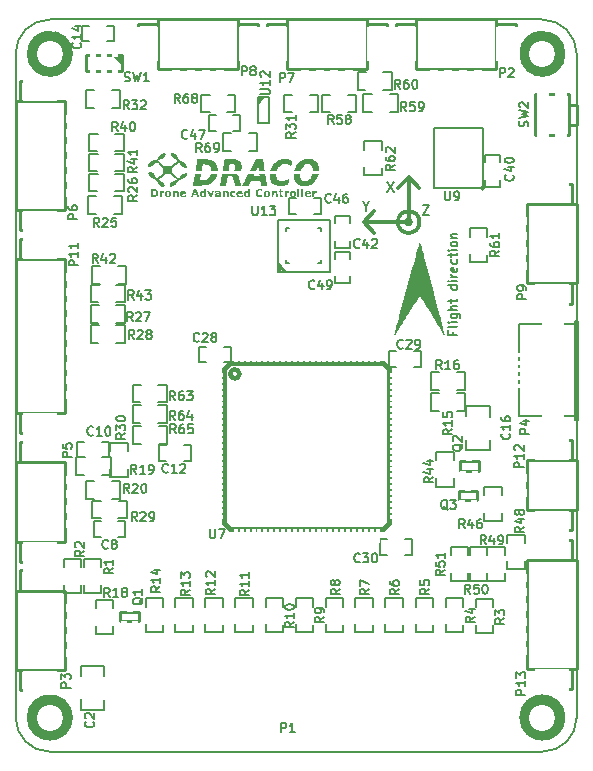
<source format=gbr>
G04 (created by PCBNEW (2013-may-18)-stable) date St 19. únor 2014, 18:08:51 CET*
%MOIN*%
G04 Gerber Fmt 3.4, Leading zero omitted, Abs format*
%FSLAX34Y34*%
G01*
G70*
G90*
G04 APERTURE LIST*
%ADD10C,0.00590551*%
%ADD11C,0.00826772*%
%ADD12C,0.011811*%
%ADD13C,0.00787402*%
%ADD14C,0.00757874*%
%ADD15C,0.0001*%
%ADD16C,0.0590551*%
%ADD17C,0.0165354*%
%ADD18C,0.00984252*%
%ADD19C,0.008*%
%ADD20C,0.0079*%
%ADD21C,0.00748031*%
%ADD22C,0.06*%
%ADD23C,0.0708661*%
%ADD24R,0.0708661X0.0787*%
%ADD25C,0.0866142*%
%ADD26R,0.0512X0.0118*%
%ADD27R,0.0118X0.0512*%
%ADD28R,0.0236X0.0394*%
%ADD29R,0.019685X0.023622*%
%ADD30R,0.0354X0.0394*%
%ADD31R,0.0394X0.0354*%
%ADD32R,0.0629921X0.0314961*%
%ADD33R,0.11811X0.0826772*%
%ADD34R,0.0826772X0.11811*%
%ADD35R,0.0314961X0.0629921*%
%ADD36R,0.0472X0.0236*%
%ADD37R,0.0747X0.0747*%
%ADD38R,0.0531X0.0157*%
%ADD39R,0.053X0.0157*%
%ADD40R,0.059X0.0472*%
%ADD41R,0.059X0.0473*%
%ADD42R,0.026X0.016*%
%ADD43O,0.00787402X0.0295276*%
%ADD44O,0.0295276X0.00787402*%
%ADD45R,0.0413386X0.0551181*%
G04 APERTURE END LIST*
G54D10*
G54D11*
X13368Y18037D02*
X13591Y18037D01*
X13368Y17703D01*
X13591Y17703D01*
X11484Y17976D02*
X11484Y17817D01*
X11372Y18151D02*
X11484Y17976D01*
X11595Y18151D01*
X12187Y18805D02*
X12410Y18470D01*
X12410Y18805D02*
X12187Y18470D01*
G54D12*
X13268Y17460D02*
G75*
G03X13268Y17460I-362J0D01*
G74*
G01*
G54D13*
X13016Y17460D02*
G75*
G03X13016Y17460I-111J0D01*
G74*
G01*
X12993Y17460D02*
G75*
G03X12993Y17460I-88J0D01*
G74*
G01*
X12961Y17460D02*
G75*
G03X12961Y17460I-55J0D01*
G74*
G01*
G54D12*
X11409Y17460D02*
X11763Y17814D01*
X11409Y17460D02*
X11763Y17106D01*
X12905Y17460D02*
X11409Y17460D01*
X12905Y18956D02*
X13259Y18602D01*
X12905Y18956D02*
X12551Y18602D01*
X12905Y17460D02*
X12905Y18956D01*
G54D14*
X14369Y13805D02*
X14369Y13704D01*
X14528Y13704D02*
X14225Y13704D01*
X14225Y13848D01*
X14528Y14007D02*
X14513Y13978D01*
X14484Y13963D01*
X14225Y13963D01*
X14528Y14122D02*
X14326Y14122D01*
X14225Y14122D02*
X14239Y14108D01*
X14253Y14122D01*
X14239Y14137D01*
X14225Y14122D01*
X14253Y14122D01*
X14326Y14396D02*
X14571Y14396D01*
X14600Y14382D01*
X14614Y14368D01*
X14629Y14339D01*
X14629Y14295D01*
X14614Y14267D01*
X14513Y14396D02*
X14528Y14368D01*
X14528Y14310D01*
X14513Y14281D01*
X14499Y14267D01*
X14470Y14252D01*
X14383Y14252D01*
X14354Y14267D01*
X14340Y14281D01*
X14326Y14310D01*
X14326Y14368D01*
X14340Y14396D01*
X14528Y14541D02*
X14225Y14541D01*
X14528Y14671D02*
X14369Y14671D01*
X14340Y14656D01*
X14326Y14627D01*
X14326Y14584D01*
X14340Y14555D01*
X14354Y14541D01*
X14326Y14772D02*
X14326Y14887D01*
X14225Y14815D02*
X14484Y14815D01*
X14513Y14830D01*
X14528Y14858D01*
X14528Y14887D01*
X14528Y15349D02*
X14225Y15349D01*
X14513Y15349D02*
X14528Y15320D01*
X14528Y15263D01*
X14513Y15234D01*
X14499Y15219D01*
X14470Y15205D01*
X14383Y15205D01*
X14354Y15219D01*
X14340Y15234D01*
X14326Y15263D01*
X14326Y15320D01*
X14340Y15349D01*
X14528Y15494D02*
X14326Y15494D01*
X14225Y15494D02*
X14239Y15479D01*
X14253Y15494D01*
X14239Y15508D01*
X14225Y15494D01*
X14253Y15494D01*
X14528Y15638D02*
X14326Y15638D01*
X14383Y15638D02*
X14354Y15652D01*
X14340Y15667D01*
X14326Y15696D01*
X14326Y15725D01*
X14513Y15941D02*
X14528Y15912D01*
X14528Y15854D01*
X14513Y15826D01*
X14484Y15811D01*
X14369Y15811D01*
X14340Y15826D01*
X14326Y15854D01*
X14326Y15912D01*
X14340Y15941D01*
X14369Y15956D01*
X14398Y15956D01*
X14427Y15811D01*
X14513Y16215D02*
X14528Y16187D01*
X14528Y16129D01*
X14513Y16100D01*
X14499Y16085D01*
X14470Y16071D01*
X14383Y16071D01*
X14354Y16085D01*
X14340Y16100D01*
X14326Y16129D01*
X14326Y16187D01*
X14340Y16215D01*
X14326Y16302D02*
X14326Y16417D01*
X14225Y16345D02*
X14484Y16345D01*
X14513Y16360D01*
X14528Y16389D01*
X14528Y16417D01*
X14528Y16519D02*
X14326Y16519D01*
X14225Y16519D02*
X14239Y16504D01*
X14253Y16519D01*
X14239Y16533D01*
X14225Y16519D01*
X14253Y16519D01*
X14528Y16706D02*
X14513Y16677D01*
X14499Y16663D01*
X14470Y16648D01*
X14383Y16648D01*
X14354Y16663D01*
X14340Y16677D01*
X14326Y16706D01*
X14326Y16750D01*
X14340Y16778D01*
X14354Y16793D01*
X14383Y16807D01*
X14470Y16807D01*
X14499Y16793D01*
X14513Y16778D01*
X14528Y16750D01*
X14528Y16706D01*
X14326Y16937D02*
X14528Y16937D01*
X14354Y16937D02*
X14340Y16952D01*
X14326Y16980D01*
X14326Y17024D01*
X14340Y17053D01*
X14369Y17067D01*
X14528Y17067D01*
G54D10*
X-196Y944D02*
G75*
G03X944Y-196I1141J0D01*
G74*
G01*
X944Y24212D02*
X17362Y24212D01*
X-196Y944D02*
X-196Y23070D01*
X17362Y-196D02*
X944Y-196D01*
X18503Y23070D02*
X18503Y944D01*
X17362Y-196D02*
G75*
G03X18503Y944I0J1141D01*
G74*
G01*
X944Y24212D02*
G75*
G03X-196Y23070I0J-1141D01*
G74*
G01*
X18503Y23070D02*
G75*
G03X17362Y24212I-1141J0D01*
G74*
G01*
G54D15*
G36*
X14105Y13696D02*
X14104Y13693D01*
X14103Y13691D01*
X14103Y13691D01*
X14093Y13684D01*
X14088Y13683D01*
X14085Y13688D01*
X14075Y13704D01*
X14059Y13730D01*
X14038Y13764D01*
X14012Y13807D01*
X13981Y13858D01*
X13946Y13915D01*
X13908Y13979D01*
X13866Y14049D01*
X13821Y14123D01*
X13774Y14202D01*
X13724Y14285D01*
X13686Y14349D01*
X13635Y14434D01*
X13586Y14515D01*
X13539Y14593D01*
X13495Y14667D01*
X13454Y14735D01*
X13416Y14797D01*
X13382Y14853D01*
X13352Y14902D01*
X13327Y14943D01*
X13308Y14975D01*
X13293Y14999D01*
X13285Y15012D01*
X13282Y15015D01*
X13279Y15010D01*
X13269Y14994D01*
X13253Y14969D01*
X13231Y14935D01*
X13204Y14892D01*
X13173Y14842D01*
X13137Y14785D01*
X13097Y14722D01*
X13054Y14653D01*
X13007Y14579D01*
X12958Y14501D01*
X12907Y14419D01*
X12863Y14349D01*
X12810Y14265D01*
X12760Y14183D01*
X12711Y14106D01*
X12665Y14033D01*
X12623Y13965D01*
X12584Y13903D01*
X12549Y13847D01*
X12518Y13798D01*
X12492Y13757D01*
X12472Y13724D01*
X12457Y13701D01*
X12448Y13687D01*
X12445Y13683D01*
X12439Y13685D01*
X12433Y13687D01*
X12423Y13693D01*
X12421Y13698D01*
X12423Y13704D01*
X12428Y13723D01*
X12436Y13753D01*
X12447Y13794D01*
X12461Y13845D01*
X12477Y13906D01*
X12496Y13976D01*
X12518Y14055D01*
X12542Y14143D01*
X12568Y14238D01*
X12595Y14340D01*
X12625Y14448D01*
X12656Y14563D01*
X12689Y14683D01*
X12724Y14809D01*
X12759Y14939D01*
X12796Y15072D01*
X12833Y15210D01*
X12851Y15274D01*
X12900Y15453D01*
X12947Y15622D01*
X12990Y15781D01*
X13031Y15930D01*
X13069Y16067D01*
X13104Y16194D01*
X13136Y16309D01*
X13165Y16414D01*
X13191Y16507D01*
X13214Y16588D01*
X13234Y16658D01*
X13251Y16717D01*
X13264Y16764D01*
X13273Y16798D01*
X13280Y16821D01*
X13284Y16831D01*
X13285Y16831D01*
X13287Y16824D01*
X13292Y16805D01*
X13300Y16775D01*
X13311Y16734D01*
X13325Y16682D01*
X13341Y16620D01*
X13360Y16550D01*
X13381Y16470D01*
X13405Y16383D01*
X13430Y16287D01*
X13457Y16185D01*
X13486Y16076D01*
X13516Y15961D01*
X13548Y15840D01*
X13581Y15714D01*
X13616Y15584D01*
X13651Y15450D01*
X13688Y15313D01*
X13702Y15259D01*
X13745Y15095D01*
X13786Y14942D01*
X13823Y14800D01*
X13858Y14669D01*
X13889Y14549D01*
X13918Y14440D01*
X13945Y14340D01*
X13968Y14249D01*
X13990Y14167D01*
X14009Y14094D01*
X14026Y14028D01*
X14041Y13970D01*
X14054Y13919D01*
X14065Y13875D01*
X14075Y13837D01*
X14083Y13804D01*
X14089Y13777D01*
X14094Y13754D01*
X14098Y13736D01*
X14101Y13721D01*
X14103Y13710D01*
X14104Y13702D01*
X14105Y13696D01*
X14105Y13696D01*
X14105Y13696D01*
G37*
G36*
X4994Y18403D02*
X4994Y18380D01*
X4991Y18361D01*
X4985Y18345D01*
X4975Y18330D01*
X4967Y18321D01*
X4949Y18307D01*
X4933Y18299D01*
X4928Y18298D01*
X4928Y18394D01*
X4927Y18412D01*
X4922Y18428D01*
X4915Y18441D01*
X4906Y18450D01*
X4905Y18450D01*
X4890Y18454D01*
X4876Y18453D01*
X4862Y18447D01*
X4852Y18437D01*
X4851Y18435D01*
X4845Y18419D01*
X4843Y18401D01*
X4844Y18383D01*
X4848Y18366D01*
X4855Y18353D01*
X4860Y18348D01*
X4873Y18341D01*
X4887Y18339D01*
X4901Y18342D01*
X4912Y18349D01*
X4920Y18361D01*
X4926Y18377D01*
X4928Y18394D01*
X4928Y18298D01*
X4917Y18295D01*
X4898Y18292D01*
X4878Y18292D01*
X4861Y18293D01*
X4857Y18293D01*
X4834Y18301D01*
X4813Y18313D01*
X4797Y18329D01*
X4787Y18343D01*
X4779Y18365D01*
X4776Y18388D01*
X4776Y18412D01*
X4781Y18435D01*
X4790Y18456D01*
X4803Y18472D01*
X4806Y18475D01*
X4821Y18486D01*
X4839Y18494D01*
X4859Y18499D01*
X4878Y18500D01*
X4907Y18499D01*
X4932Y18494D01*
X4953Y18484D01*
X4970Y18469D01*
X4982Y18452D01*
X4987Y18442D01*
X4991Y18433D01*
X4992Y18422D01*
X4994Y18408D01*
X4994Y18403D01*
X4994Y18403D01*
X4994Y18403D01*
G37*
G36*
X5502Y18379D02*
X5435Y18379D01*
X5435Y18422D01*
X5434Y18427D01*
X5431Y18435D01*
X5431Y18437D01*
X5423Y18448D01*
X5412Y18455D01*
X5398Y18458D01*
X5385Y18456D01*
X5372Y18451D01*
X5362Y18441D01*
X5358Y18433D01*
X5355Y18426D01*
X5353Y18421D01*
X5353Y18420D01*
X5356Y18420D01*
X5364Y18419D01*
X5377Y18419D01*
X5392Y18419D01*
X5394Y18419D01*
X5413Y18419D01*
X5426Y18420D01*
X5434Y18421D01*
X5435Y18422D01*
X5435Y18379D01*
X5427Y18379D01*
X5403Y18379D01*
X5384Y18379D01*
X5370Y18378D01*
X5360Y18377D01*
X5355Y18376D01*
X5353Y18373D01*
X5353Y18369D01*
X5356Y18364D01*
X5358Y18359D01*
X5366Y18348D01*
X5378Y18341D01*
X5394Y18337D01*
X5409Y18336D01*
X5437Y18339D01*
X5462Y18346D01*
X5478Y18353D01*
X5491Y18359D01*
X5491Y18334D01*
X5491Y18308D01*
X5474Y18302D01*
X5442Y18295D01*
X5409Y18291D01*
X5379Y18293D01*
X5366Y18295D01*
X5341Y18303D01*
X5320Y18316D01*
X5305Y18333D01*
X5294Y18355D01*
X5288Y18380D01*
X5287Y18397D01*
X5290Y18425D01*
X5298Y18448D01*
X5311Y18468D01*
X5330Y18483D01*
X5343Y18491D01*
X5352Y18495D01*
X5361Y18497D01*
X5371Y18499D01*
X5384Y18499D01*
X5396Y18499D01*
X5418Y18498D01*
X5436Y18496D01*
X5450Y18490D01*
X5463Y18482D01*
X5472Y18473D01*
X5486Y18456D01*
X5495Y18437D01*
X5500Y18414D01*
X5500Y18405D01*
X5502Y18379D01*
X5502Y18379D01*
X5502Y18379D01*
G37*
G36*
X6160Y18297D02*
X6127Y18297D01*
X6094Y18297D01*
X6094Y18311D01*
X6094Y18325D01*
X6093Y18324D01*
X6093Y18388D01*
X6092Y18405D01*
X6090Y18422D01*
X6085Y18435D01*
X6077Y18444D01*
X6066Y18451D01*
X6053Y18455D01*
X6051Y18455D01*
X6039Y18452D01*
X6028Y18445D01*
X6019Y18436D01*
X6016Y18427D01*
X6013Y18413D01*
X6012Y18397D01*
X6012Y18382D01*
X6014Y18369D01*
X6014Y18368D01*
X6022Y18355D01*
X6033Y18345D01*
X6045Y18340D01*
X6059Y18340D01*
X6072Y18344D01*
X6077Y18349D01*
X6084Y18358D01*
X6089Y18370D01*
X6090Y18373D01*
X6093Y18388D01*
X6093Y18324D01*
X6081Y18312D01*
X6063Y18299D01*
X6043Y18292D01*
X6021Y18291D01*
X6008Y18294D01*
X5990Y18301D01*
X5974Y18314D01*
X5961Y18330D01*
X5952Y18350D01*
X5946Y18372D01*
X5943Y18395D01*
X5945Y18418D01*
X5951Y18441D01*
X5961Y18461D01*
X5969Y18473D01*
X5986Y18488D01*
X6003Y18497D01*
X6024Y18501D01*
X6029Y18501D01*
X6049Y18499D01*
X6065Y18493D01*
X6081Y18482D01*
X6082Y18481D01*
X6094Y18471D01*
X6094Y18522D01*
X6094Y18573D01*
X6127Y18573D01*
X6160Y18573D01*
X6160Y18435D01*
X6160Y18297D01*
X6160Y18297D01*
X6160Y18297D01*
G37*
G36*
X6647Y18297D02*
X6614Y18297D01*
X6581Y18297D01*
X6581Y18310D01*
X6581Y18324D01*
X6581Y18381D01*
X6581Y18382D01*
X6578Y18384D01*
X6570Y18385D01*
X6559Y18386D01*
X6547Y18386D01*
X6535Y18384D01*
X6526Y18382D01*
X6522Y18381D01*
X6513Y18374D01*
X6509Y18365D01*
X6508Y18357D01*
X6511Y18348D01*
X6519Y18341D01*
X6529Y18337D01*
X6542Y18336D01*
X6554Y18339D01*
X6564Y18345D01*
X6572Y18355D01*
X6578Y18368D01*
X6581Y18381D01*
X6581Y18324D01*
X6566Y18310D01*
X6547Y18298D01*
X6526Y18292D01*
X6503Y18292D01*
X6493Y18293D01*
X6474Y18301D01*
X6460Y18313D01*
X6449Y18329D01*
X6444Y18347D01*
X6443Y18366D01*
X6448Y18385D01*
X6449Y18388D01*
X6459Y18401D01*
X6473Y18412D01*
X6492Y18419D01*
X6516Y18423D01*
X6546Y18425D01*
X6550Y18425D01*
X6581Y18425D01*
X6579Y18434D01*
X6576Y18442D01*
X6574Y18447D01*
X6566Y18452D01*
X6553Y18456D01*
X6537Y18457D01*
X6519Y18457D01*
X6501Y18455D01*
X6484Y18451D01*
X6476Y18448D01*
X6459Y18442D01*
X6459Y18466D01*
X6459Y18491D01*
X6471Y18494D01*
X6479Y18496D01*
X6492Y18497D01*
X6508Y18499D01*
X6526Y18500D01*
X6527Y18500D01*
X6553Y18500D01*
X6575Y18499D01*
X6592Y18495D01*
X6606Y18490D01*
X6618Y18481D01*
X6619Y18480D01*
X6627Y18473D01*
X6633Y18466D01*
X6637Y18457D01*
X6641Y18447D01*
X6643Y18434D01*
X6644Y18417D01*
X6645Y18395D01*
X6646Y18368D01*
X6647Y18297D01*
X6647Y18297D01*
X6647Y18297D01*
G37*
G36*
X7126Y18464D02*
X7126Y18452D01*
X7125Y18443D01*
X7124Y18439D01*
X7124Y18439D01*
X7099Y18450D01*
X7077Y18454D01*
X7058Y18453D01*
X7045Y18448D01*
X7032Y18438D01*
X7023Y18425D01*
X7019Y18408D01*
X7018Y18395D01*
X7020Y18376D01*
X7027Y18361D01*
X7038Y18350D01*
X7041Y18347D01*
X7054Y18342D01*
X7070Y18340D01*
X7087Y18340D01*
X7104Y18344D01*
X7109Y18346D01*
X7118Y18350D01*
X7124Y18352D01*
X7125Y18353D01*
X7126Y18350D01*
X7126Y18342D01*
X7126Y18330D01*
X7126Y18327D01*
X7125Y18302D01*
X7110Y18298D01*
X7093Y18294D01*
X7074Y18292D01*
X7054Y18292D01*
X7036Y18293D01*
X7034Y18293D01*
X7010Y18301D01*
X6988Y18313D01*
X6970Y18330D01*
X6958Y18349D01*
X6955Y18358D01*
X6952Y18368D01*
X6951Y18380D01*
X6951Y18397D01*
X6951Y18413D01*
X6952Y18424D01*
X6954Y18433D01*
X6957Y18441D01*
X6960Y18447D01*
X6974Y18468D01*
X6994Y18484D01*
X7008Y18492D01*
X7016Y18495D01*
X7025Y18497D01*
X7036Y18498D01*
X7051Y18499D01*
X7063Y18499D01*
X7083Y18499D01*
X7100Y18498D01*
X7112Y18495D01*
X7114Y18495D01*
X7126Y18491D01*
X7126Y18464D01*
X7126Y18464D01*
X7126Y18464D01*
G37*
G36*
X7381Y18379D02*
X7314Y18379D01*
X7314Y18422D01*
X7311Y18432D01*
X7305Y18442D01*
X7298Y18451D01*
X7294Y18453D01*
X7279Y18458D01*
X7264Y18456D01*
X7250Y18450D01*
X7239Y18439D01*
X7233Y18426D01*
X7233Y18423D01*
X7233Y18421D01*
X7236Y18420D01*
X7243Y18419D01*
X7253Y18419D01*
X7270Y18419D01*
X7272Y18419D01*
X7291Y18419D01*
X7304Y18420D01*
X7312Y18421D01*
X7314Y18422D01*
X7314Y18379D01*
X7306Y18379D01*
X7231Y18379D01*
X7233Y18370D01*
X7238Y18356D01*
X7246Y18346D01*
X7258Y18340D01*
X7274Y18337D01*
X7295Y18337D01*
X7312Y18338D01*
X7325Y18340D01*
X7336Y18344D01*
X7348Y18349D01*
X7370Y18359D01*
X7370Y18334D01*
X7370Y18308D01*
X7352Y18302D01*
X7317Y18294D01*
X7283Y18291D01*
X7251Y18294D01*
X7245Y18295D01*
X7219Y18303D01*
X7199Y18316D01*
X7183Y18333D01*
X7173Y18354D01*
X7167Y18379D01*
X7166Y18388D01*
X7167Y18413D01*
X7171Y18435D01*
X7179Y18453D01*
X7191Y18468D01*
X7205Y18481D01*
X7220Y18490D01*
X7237Y18496D01*
X7257Y18499D01*
X7274Y18499D01*
X7297Y18498D01*
X7314Y18496D01*
X7328Y18490D01*
X7341Y18482D01*
X7351Y18473D01*
X7365Y18456D01*
X7373Y18437D01*
X7378Y18414D01*
X7379Y18405D01*
X7381Y18379D01*
X7381Y18379D01*
X7381Y18379D01*
G37*
G36*
X7630Y18297D02*
X7597Y18297D01*
X7564Y18297D01*
X7564Y18310D01*
X7564Y18324D01*
X7562Y18322D01*
X7562Y18399D01*
X7560Y18420D01*
X7554Y18436D01*
X7544Y18447D01*
X7530Y18452D01*
X7521Y18453D01*
X7506Y18451D01*
X7495Y18444D01*
X7487Y18431D01*
X7483Y18413D01*
X7482Y18395D01*
X7483Y18374D01*
X7488Y18358D01*
X7497Y18347D01*
X7510Y18341D01*
X7523Y18340D01*
X7538Y18342D01*
X7545Y18346D01*
X7554Y18358D01*
X7560Y18374D01*
X7562Y18397D01*
X7562Y18399D01*
X7562Y18322D01*
X7549Y18311D01*
X7531Y18299D01*
X7511Y18292D01*
X7491Y18291D01*
X7478Y18293D01*
X7458Y18303D01*
X7440Y18318D01*
X7426Y18337D01*
X7420Y18351D01*
X7416Y18367D01*
X7414Y18387D01*
X7414Y18408D01*
X7416Y18427D01*
X7420Y18443D01*
X7421Y18446D01*
X7433Y18466D01*
X7445Y18481D01*
X7461Y18492D01*
X7463Y18492D01*
X7484Y18500D01*
X7506Y18501D01*
X7528Y18495D01*
X7548Y18484D01*
X7553Y18480D01*
X7564Y18471D01*
X7564Y18522D01*
X7564Y18573D01*
X7597Y18573D01*
X7630Y18573D01*
X7630Y18435D01*
X7630Y18297D01*
X7630Y18297D01*
X7630Y18297D01*
G37*
G36*
X8031Y18310D02*
X8014Y18304D01*
X7982Y18295D01*
X7951Y18291D01*
X7918Y18293D01*
X7913Y18294D01*
X7886Y18302D01*
X7862Y18315D01*
X7840Y18333D01*
X7822Y18355D01*
X7815Y18369D01*
X7811Y18377D01*
X7808Y18385D01*
X7807Y18393D01*
X7806Y18404D01*
X7806Y18419D01*
X7806Y18429D01*
X7806Y18447D01*
X7807Y18461D01*
X7808Y18471D01*
X7811Y18480D01*
X7814Y18488D01*
X7826Y18512D01*
X7845Y18532D01*
X7868Y18549D01*
X7875Y18552D01*
X7887Y18558D01*
X7897Y18562D01*
X7907Y18564D01*
X7919Y18565D01*
X7935Y18566D01*
X7965Y18566D01*
X7990Y18563D01*
X8011Y18557D01*
X8019Y18553D01*
X8031Y18547D01*
X8031Y18521D01*
X8031Y18508D01*
X8031Y18499D01*
X8030Y18495D01*
X8030Y18494D01*
X8027Y18496D01*
X8019Y18499D01*
X8008Y18504D01*
X8006Y18505D01*
X7994Y18510D01*
X7983Y18514D01*
X7972Y18515D01*
X7958Y18516D01*
X7956Y18516D01*
X7941Y18515D01*
X7930Y18514D01*
X7922Y18512D01*
X7914Y18508D01*
X7898Y18495D01*
X7886Y18479D01*
X7880Y18459D01*
X7877Y18434D01*
X7877Y18422D01*
X7880Y18398D01*
X7887Y18379D01*
X7898Y18364D01*
X7910Y18354D01*
X7917Y18349D01*
X7924Y18347D01*
X7932Y18345D01*
X7943Y18345D01*
X7955Y18345D01*
X7969Y18345D01*
X7979Y18345D01*
X7988Y18347D01*
X7997Y18350D01*
X8009Y18355D01*
X8024Y18363D01*
X8029Y18365D01*
X8030Y18363D01*
X8031Y18355D01*
X8031Y18344D01*
X8031Y18338D01*
X8031Y18310D01*
X8031Y18310D01*
X8031Y18310D01*
G37*
G36*
X8288Y18403D02*
X8287Y18378D01*
X8283Y18357D01*
X8275Y18340D01*
X8262Y18324D01*
X8260Y18321D01*
X8243Y18307D01*
X8227Y18299D01*
X8220Y18297D01*
X8220Y18396D01*
X8218Y18418D01*
X8213Y18435D01*
X8203Y18447D01*
X8190Y18454D01*
X8179Y18455D01*
X8164Y18452D01*
X8152Y18443D01*
X8143Y18430D01*
X8138Y18413D01*
X8137Y18399D01*
X8139Y18376D01*
X8144Y18359D01*
X8154Y18347D01*
X8167Y18341D01*
X8179Y18340D01*
X8190Y18341D01*
X8200Y18344D01*
X8202Y18345D01*
X8211Y18354D01*
X8217Y18368D01*
X8220Y18386D01*
X8220Y18396D01*
X8220Y18297D01*
X8207Y18294D01*
X8185Y18292D01*
X8162Y18292D01*
X8147Y18295D01*
X8128Y18300D01*
X8113Y18308D01*
X8100Y18319D01*
X8097Y18322D01*
X8082Y18341D01*
X8073Y18363D01*
X8069Y18386D01*
X8069Y18410D01*
X8074Y18433D01*
X8083Y18454D01*
X8097Y18472D01*
X8107Y18481D01*
X8128Y18492D01*
X8152Y18499D01*
X8179Y18501D01*
X8209Y18498D01*
X8233Y18491D01*
X8254Y18479D01*
X8270Y18462D01*
X8280Y18441D01*
X8287Y18416D01*
X8288Y18403D01*
X8288Y18403D01*
X8288Y18403D01*
G37*
G36*
X9153Y18380D02*
X9150Y18361D01*
X9144Y18345D01*
X9134Y18330D01*
X9126Y18321D01*
X9108Y18307D01*
X9093Y18299D01*
X9087Y18298D01*
X9087Y18394D01*
X9086Y18412D01*
X9082Y18428D01*
X9075Y18441D01*
X9065Y18450D01*
X9065Y18450D01*
X9050Y18454D01*
X9035Y18453D01*
X9022Y18447D01*
X9012Y18437D01*
X9010Y18435D01*
X9005Y18419D01*
X9003Y18401D01*
X9004Y18383D01*
X9008Y18366D01*
X9015Y18353D01*
X9020Y18348D01*
X9032Y18341D01*
X9047Y18339D01*
X9061Y18342D01*
X9071Y18349D01*
X9080Y18361D01*
X9085Y18377D01*
X9087Y18394D01*
X9087Y18298D01*
X9077Y18295D01*
X9057Y18292D01*
X9038Y18292D01*
X9021Y18293D01*
X9017Y18293D01*
X8993Y18301D01*
X8973Y18313D01*
X8956Y18329D01*
X8946Y18343D01*
X8939Y18365D01*
X8935Y18388D01*
X8936Y18412D01*
X8941Y18435D01*
X8950Y18456D01*
X8963Y18472D01*
X8965Y18475D01*
X8981Y18486D01*
X8998Y18494D01*
X9018Y18499D01*
X9037Y18500D01*
X9067Y18499D01*
X9092Y18494D01*
X9113Y18484D01*
X9130Y18469D01*
X9142Y18452D01*
X9147Y18442D01*
X9150Y18433D01*
X9152Y18422D01*
X9153Y18408D01*
X9153Y18403D01*
X9153Y18380D01*
X9153Y18380D01*
X9153Y18380D01*
G37*
G36*
X9651Y18379D02*
X9585Y18379D01*
X9585Y18424D01*
X9582Y18435D01*
X9574Y18446D01*
X9563Y18454D01*
X9550Y18458D01*
X9547Y18458D01*
X9531Y18456D01*
X9519Y18448D01*
X9509Y18434D01*
X9506Y18427D01*
X9503Y18419D01*
X9544Y18419D01*
X9561Y18419D01*
X9573Y18419D01*
X9580Y18420D01*
X9584Y18421D01*
X9585Y18423D01*
X9585Y18424D01*
X9585Y18379D01*
X9577Y18379D01*
X9550Y18379D01*
X9529Y18379D01*
X9515Y18378D01*
X9506Y18377D01*
X9503Y18376D01*
X9503Y18375D01*
X9505Y18367D01*
X9511Y18357D01*
X9518Y18347D01*
X9524Y18342D01*
X9532Y18339D01*
X9542Y18337D01*
X9556Y18336D01*
X9560Y18336D01*
X9578Y18337D01*
X9595Y18340D01*
X9614Y18346D01*
X9635Y18354D01*
X9638Y18355D01*
X9640Y18353D01*
X9641Y18347D01*
X9641Y18336D01*
X9641Y18332D01*
X9641Y18308D01*
X9624Y18302D01*
X9590Y18295D01*
X9558Y18291D01*
X9528Y18292D01*
X9519Y18294D01*
X9494Y18302D01*
X9473Y18314D01*
X9456Y18332D01*
X9445Y18353D01*
X9438Y18378D01*
X9437Y18397D01*
X9440Y18423D01*
X9448Y18447D01*
X9461Y18467D01*
X9478Y18483D01*
X9494Y18491D01*
X9514Y18497D01*
X9537Y18500D01*
X9561Y18500D01*
X9582Y18497D01*
X9590Y18494D01*
X9611Y18483D01*
X9629Y18467D01*
X9641Y18446D01*
X9649Y18423D01*
X9651Y18400D01*
X9651Y18379D01*
X9651Y18379D01*
X9651Y18379D01*
G37*
G36*
X4558Y18430D02*
X4558Y18413D01*
X4557Y18400D01*
X4556Y18391D01*
X4554Y18383D01*
X4551Y18374D01*
X4549Y18370D01*
X4536Y18349D01*
X4518Y18330D01*
X4498Y18315D01*
X4494Y18313D01*
X4488Y18311D01*
X4488Y18430D01*
X4486Y18454D01*
X4479Y18474D01*
X4468Y18489D01*
X4452Y18500D01*
X4431Y18507D01*
X4406Y18510D01*
X4379Y18512D01*
X4379Y18430D01*
X4379Y18349D01*
X4408Y18350D01*
X4428Y18352D01*
X4443Y18356D01*
X4450Y18359D01*
X4466Y18370D01*
X4478Y18385D01*
X4485Y18403D01*
X4488Y18426D01*
X4488Y18430D01*
X4488Y18311D01*
X4480Y18307D01*
X4462Y18303D01*
X4440Y18300D01*
X4413Y18298D01*
X4380Y18297D01*
X4370Y18297D01*
X4310Y18297D01*
X4310Y18431D01*
X4310Y18564D01*
X4381Y18563D01*
X4408Y18562D01*
X4429Y18561D01*
X4445Y18560D01*
X4457Y18558D01*
X4467Y18556D01*
X4471Y18555D01*
X4498Y18544D01*
X4520Y18528D01*
X4538Y18508D01*
X4549Y18488D01*
X4553Y18480D01*
X4556Y18472D01*
X4557Y18463D01*
X4558Y18451D01*
X4558Y18435D01*
X4558Y18430D01*
X4558Y18430D01*
X4558Y18430D01*
G37*
G36*
X4760Y18456D02*
X4760Y18448D01*
X4759Y18444D01*
X4757Y18443D01*
X4755Y18443D01*
X4749Y18445D01*
X4738Y18446D01*
X4729Y18447D01*
X4711Y18446D01*
X4697Y18441D01*
X4687Y18430D01*
X4681Y18421D01*
X4679Y18415D01*
X4677Y18408D01*
X4676Y18399D01*
X4675Y18387D01*
X4675Y18370D01*
X4675Y18352D01*
X4675Y18297D01*
X4642Y18297D01*
X4609Y18297D01*
X4609Y18397D01*
X4609Y18498D01*
X4642Y18498D01*
X4675Y18498D01*
X4675Y18483D01*
X4675Y18468D01*
X4688Y18481D01*
X4704Y18493D01*
X4721Y18499D01*
X4742Y18500D01*
X4742Y18500D01*
X4759Y18499D01*
X4760Y18470D01*
X4760Y18456D01*
X4760Y18456D01*
X4760Y18456D01*
G37*
G36*
X5245Y18297D02*
X5212Y18297D01*
X5179Y18297D01*
X5178Y18352D01*
X5178Y18381D01*
X5177Y18403D01*
X5175Y18421D01*
X5173Y18433D01*
X5169Y18442D01*
X5163Y18448D01*
X5156Y18451D01*
X5147Y18452D01*
X5146Y18452D01*
X5132Y18449D01*
X5121Y18441D01*
X5112Y18427D01*
X5110Y18421D01*
X5109Y18414D01*
X5107Y18406D01*
X5107Y18394D01*
X5106Y18377D01*
X5106Y18355D01*
X5106Y18297D01*
X5073Y18297D01*
X5040Y18297D01*
X5040Y18397D01*
X5040Y18498D01*
X5073Y18498D01*
X5106Y18498D01*
X5106Y18484D01*
X5106Y18471D01*
X5117Y18480D01*
X5135Y18491D01*
X5155Y18499D01*
X5176Y18501D01*
X5195Y18499D01*
X5203Y18496D01*
X5215Y18489D01*
X5226Y18477D01*
X5235Y18463D01*
X5238Y18456D01*
X5239Y18449D01*
X5240Y18436D01*
X5242Y18419D01*
X5243Y18399D01*
X5243Y18376D01*
X5244Y18370D01*
X5245Y18297D01*
X5245Y18297D01*
X5245Y18297D01*
G37*
G36*
X5925Y18300D02*
X5923Y18298D01*
X5918Y18297D01*
X5909Y18297D01*
X5895Y18297D01*
X5891Y18298D01*
X5856Y18298D01*
X5848Y18322D01*
X5840Y18346D01*
X5820Y18346D01*
X5820Y18398D01*
X5819Y18402D01*
X5817Y18411D01*
X5812Y18424D01*
X5807Y18439D01*
X5803Y18449D01*
X5786Y18498D01*
X5769Y18448D01*
X5763Y18431D01*
X5758Y18416D01*
X5754Y18405D01*
X5752Y18398D01*
X5751Y18396D01*
X5754Y18396D01*
X5763Y18396D01*
X5775Y18396D01*
X5786Y18396D01*
X5800Y18396D01*
X5811Y18396D01*
X5819Y18397D01*
X5820Y18398D01*
X5820Y18346D01*
X5786Y18345D01*
X5733Y18345D01*
X5725Y18321D01*
X5717Y18297D01*
X5681Y18297D01*
X5646Y18297D01*
X5650Y18306D01*
X5651Y18311D01*
X5655Y18321D01*
X5661Y18337D01*
X5668Y18356D01*
X5676Y18378D01*
X5686Y18403D01*
X5696Y18430D01*
X5697Y18433D01*
X5707Y18460D01*
X5716Y18485D01*
X5724Y18507D01*
X5731Y18526D01*
X5737Y18542D01*
X5741Y18552D01*
X5743Y18557D01*
X5743Y18558D01*
X5745Y18560D01*
X5748Y18562D01*
X5754Y18563D01*
X5764Y18563D01*
X5778Y18563D01*
X5787Y18563D01*
X5829Y18562D01*
X5876Y18435D01*
X5886Y18407D01*
X5895Y18382D01*
X5904Y18358D01*
X5911Y18338D01*
X5917Y18322D01*
X5922Y18310D01*
X5924Y18303D01*
X5924Y18302D01*
X5925Y18300D01*
X5925Y18300D01*
X5925Y18300D01*
G37*
G36*
X6422Y18496D02*
X6383Y18397D01*
X6344Y18298D01*
X6309Y18298D01*
X6272Y18297D01*
X6234Y18395D01*
X6225Y18419D01*
X6216Y18441D01*
X6209Y18460D01*
X6203Y18476D01*
X6198Y18487D01*
X6196Y18494D01*
X6196Y18495D01*
X6199Y18496D01*
X6207Y18497D01*
X6219Y18497D01*
X6227Y18497D01*
X6259Y18496D01*
X6282Y18433D01*
X6289Y18414D01*
X6295Y18397D01*
X6300Y18382D01*
X6304Y18372D01*
X6306Y18366D01*
X6306Y18366D01*
X6308Y18367D01*
X6311Y18374D01*
X6316Y18386D01*
X6322Y18401D01*
X6329Y18420D01*
X6332Y18428D01*
X6340Y18448D01*
X6346Y18465D01*
X6351Y18480D01*
X6356Y18490D01*
X6358Y18496D01*
X6358Y18497D01*
X6362Y18497D01*
X6370Y18497D01*
X6383Y18497D01*
X6391Y18497D01*
X6422Y18496D01*
X6422Y18496D01*
X6422Y18496D01*
G37*
G36*
X6907Y18297D02*
X6874Y18297D01*
X6841Y18297D01*
X6840Y18366D01*
X6840Y18389D01*
X6839Y18406D01*
X6839Y18419D01*
X6838Y18427D01*
X6837Y18433D01*
X6835Y18438D01*
X6833Y18441D01*
X6831Y18443D01*
X6821Y18450D01*
X6808Y18451D01*
X6795Y18448D01*
X6784Y18441D01*
X6776Y18431D01*
X6774Y18426D01*
X6772Y18419D01*
X6771Y18410D01*
X6770Y18397D01*
X6769Y18379D01*
X6769Y18358D01*
X6768Y18297D01*
X6735Y18297D01*
X6703Y18297D01*
X6703Y18396D01*
X6704Y18496D01*
X6736Y18497D01*
X6768Y18498D01*
X6768Y18484D01*
X6768Y18471D01*
X6779Y18480D01*
X6799Y18493D01*
X6821Y18500D01*
X6835Y18501D01*
X6855Y18499D01*
X6871Y18493D01*
X6884Y18482D01*
X6890Y18475D01*
X6895Y18468D01*
X6899Y18460D01*
X6901Y18451D01*
X6903Y18438D01*
X6905Y18422D01*
X6905Y18401D01*
X6906Y18375D01*
X6906Y18372D01*
X6907Y18297D01*
X6907Y18297D01*
X6907Y18297D01*
G37*
G36*
X8535Y18297D02*
X8504Y18297D01*
X8472Y18297D01*
X8472Y18342D01*
X8472Y18372D01*
X8471Y18395D01*
X8470Y18414D01*
X8468Y18428D01*
X8465Y18437D01*
X8461Y18443D01*
X8460Y18445D01*
X8449Y18450D01*
X8436Y18451D01*
X8424Y18448D01*
X8420Y18446D01*
X8413Y18440D01*
X8408Y18433D01*
X8405Y18424D01*
X8402Y18411D01*
X8401Y18394D01*
X8400Y18372D01*
X8400Y18355D01*
X8400Y18297D01*
X8367Y18297D01*
X8334Y18297D01*
X8334Y18397D01*
X8334Y18498D01*
X8367Y18498D01*
X8400Y18498D01*
X8400Y18484D01*
X8400Y18471D01*
X8413Y18482D01*
X8431Y18494D01*
X8452Y18500D01*
X8476Y18500D01*
X8495Y18496D01*
X8512Y18486D01*
X8524Y18471D01*
X8527Y18466D01*
X8529Y18461D01*
X8531Y18456D01*
X8532Y18449D01*
X8533Y18440D01*
X8533Y18427D01*
X8534Y18410D01*
X8534Y18388D01*
X8534Y18375D01*
X8535Y18297D01*
X8535Y18297D01*
X8535Y18297D01*
G37*
G36*
X8733Y18452D02*
X8700Y18452D01*
X8667Y18452D01*
X8667Y18403D01*
X8667Y18385D01*
X8667Y18370D01*
X8668Y18358D01*
X8669Y18351D01*
X8670Y18350D01*
X8674Y18347D01*
X8683Y18345D01*
X8698Y18343D01*
X8699Y18343D01*
X8726Y18342D01*
X8726Y18319D01*
X8726Y18297D01*
X8687Y18297D01*
X8665Y18298D01*
X8648Y18299D01*
X8636Y18302D01*
X8635Y18302D01*
X8620Y18310D01*
X8609Y18324D01*
X8604Y18335D01*
X8603Y18343D01*
X8602Y18356D01*
X8601Y18372D01*
X8601Y18390D01*
X8601Y18400D01*
X8601Y18452D01*
X8584Y18452D01*
X8568Y18452D01*
X8568Y18475D01*
X8568Y18498D01*
X8584Y18498D01*
X8601Y18498D01*
X8601Y18526D01*
X8601Y18554D01*
X8634Y18554D01*
X8667Y18554D01*
X8667Y18526D01*
X8667Y18498D01*
X8699Y18497D01*
X8731Y18496D01*
X8732Y18474D01*
X8733Y18452D01*
X8733Y18452D01*
X8733Y18452D01*
G37*
G36*
X8920Y18456D02*
X8920Y18448D01*
X8919Y18444D01*
X8917Y18443D01*
X8914Y18443D01*
X8908Y18445D01*
X8898Y18446D01*
X8889Y18447D01*
X8871Y18446D01*
X8857Y18441D01*
X8846Y18430D01*
X8841Y18421D01*
X8839Y18415D01*
X8837Y18408D01*
X8836Y18399D01*
X8835Y18387D01*
X8835Y18370D01*
X8835Y18352D01*
X8835Y18297D01*
X8802Y18297D01*
X8769Y18297D01*
X8769Y18397D01*
X8769Y18498D01*
X8802Y18498D01*
X8835Y18498D01*
X8835Y18483D01*
X8835Y18468D01*
X8847Y18481D01*
X8863Y18493D01*
X8881Y18499D01*
X8902Y18500D01*
X8902Y18500D01*
X8918Y18499D01*
X8919Y18470D01*
X8920Y18456D01*
X8920Y18456D01*
X8920Y18456D01*
G37*
G36*
X9266Y18297D02*
X9233Y18297D01*
X9200Y18297D01*
X9200Y18435D01*
X9200Y18573D01*
X9233Y18573D01*
X9266Y18573D01*
X9266Y18435D01*
X9266Y18297D01*
X9266Y18297D01*
X9266Y18297D01*
G37*
G36*
X9391Y18297D02*
X9358Y18297D01*
X9325Y18297D01*
X9325Y18435D01*
X9325Y18573D01*
X9358Y18573D01*
X9391Y18573D01*
X9391Y18435D01*
X9391Y18297D01*
X9391Y18297D01*
X9391Y18297D01*
G37*
G36*
X9848Y18471D02*
X9848Y18457D01*
X9848Y18448D01*
X9847Y18444D01*
X9845Y18443D01*
X9843Y18443D01*
X9830Y18446D01*
X9816Y18447D01*
X9801Y18446D01*
X9790Y18443D01*
X9789Y18443D01*
X9781Y18438D01*
X9775Y18431D01*
X9770Y18423D01*
X9767Y18411D01*
X9765Y18396D01*
X9764Y18375D01*
X9763Y18354D01*
X9762Y18297D01*
X9731Y18297D01*
X9700Y18297D01*
X9700Y18397D01*
X9700Y18498D01*
X9731Y18498D01*
X9763Y18498D01*
X9763Y18482D01*
X9763Y18467D01*
X9775Y18479D01*
X9792Y18492D01*
X9811Y18499D01*
X9830Y18501D01*
X9848Y18501D01*
X9848Y18471D01*
X9848Y18471D01*
X9848Y18471D01*
G37*
G36*
X5524Y19061D02*
X5523Y19047D01*
X5518Y19029D01*
X5514Y19017D01*
X5506Y19000D01*
X5496Y18985D01*
X5483Y18970D01*
X5467Y18957D01*
X5447Y18943D01*
X5422Y18930D01*
X5392Y18915D01*
X5360Y18901D01*
X5341Y18893D01*
X5323Y18884D01*
X5306Y18877D01*
X5294Y18871D01*
X5287Y18868D01*
X5255Y18848D01*
X5225Y18823D01*
X5197Y18792D01*
X5196Y18791D01*
X5178Y18769D01*
X5158Y18747D01*
X5138Y18726D01*
X5118Y18707D01*
X5099Y18691D01*
X5083Y18679D01*
X5072Y18672D01*
X5049Y18661D01*
X5027Y18653D01*
X5005Y18647D01*
X4985Y18643D01*
X4968Y18642D01*
X4955Y18644D01*
X4952Y18645D01*
X4942Y18654D01*
X4936Y18667D01*
X4934Y18684D01*
X4935Y18703D01*
X4941Y18723D01*
X4950Y18743D01*
X4952Y18747D01*
X4969Y18769D01*
X4990Y18789D01*
X5017Y18808D01*
X5048Y18825D01*
X5081Y18839D01*
X5117Y18851D01*
X5155Y18859D01*
X5160Y18860D01*
X5172Y18862D01*
X5182Y18864D01*
X5188Y18866D01*
X5188Y18866D01*
X5187Y18869D01*
X5182Y18875D01*
X5173Y18884D01*
X5160Y18898D01*
X5142Y18916D01*
X5120Y18938D01*
X5093Y18964D01*
X5090Y18966D01*
X4988Y19063D01*
X4880Y19063D01*
X4772Y19062D01*
X4668Y18964D01*
X4647Y18944D01*
X4627Y18924D01*
X4608Y18907D01*
X4593Y18891D01*
X4580Y18879D01*
X4571Y18870D01*
X4566Y18865D01*
X4565Y18863D01*
X4568Y18861D01*
X4576Y18857D01*
X4588Y18852D01*
X4601Y18846D01*
X4628Y18835D01*
X4649Y18824D01*
X4667Y18814D01*
X4682Y18804D01*
X4696Y18792D01*
X4709Y18779D01*
X4718Y18770D01*
X4738Y18745D01*
X4753Y18721D01*
X4764Y18699D01*
X4769Y18679D01*
X4769Y18661D01*
X4764Y18647D01*
X4757Y18638D01*
X4751Y18633D01*
X4744Y18630D01*
X4734Y18630D01*
X4727Y18630D01*
X4715Y18630D01*
X4707Y18630D01*
X4703Y18631D01*
X4698Y18632D01*
X4689Y18635D01*
X4678Y18638D01*
X4676Y18639D01*
X4662Y18644D01*
X4651Y18649D01*
X4640Y18657D01*
X4631Y18665D01*
X4619Y18676D01*
X4608Y18688D01*
X4597Y18700D01*
X4586Y18714D01*
X4573Y18732D01*
X4558Y18753D01*
X4548Y18769D01*
X4536Y18786D01*
X4525Y18802D01*
X4515Y18816D01*
X4508Y18827D01*
X4504Y18832D01*
X4487Y18850D01*
X4465Y18869D01*
X4440Y18887D01*
X4419Y18899D01*
X4381Y18921D01*
X4349Y18941D01*
X4322Y18959D01*
X4300Y18976D01*
X4283Y18992D01*
X4271Y19005D01*
X4261Y19020D01*
X4251Y19036D01*
X4242Y19054D01*
X4234Y19070D01*
X4229Y19084D01*
X4228Y19091D01*
X4229Y19106D01*
X4236Y19118D01*
X4247Y19127D01*
X4263Y19133D01*
X4282Y19135D01*
X4303Y19133D01*
X4317Y19130D01*
X4347Y19119D01*
X4375Y19102D01*
X4402Y19079D01*
X4426Y19051D01*
X4448Y19019D01*
X4467Y18981D01*
X4481Y18947D01*
X4487Y18929D01*
X4494Y18915D01*
X4500Y18904D01*
X4506Y18900D01*
X4507Y18899D01*
X4510Y18901D01*
X4517Y18908D01*
X4528Y18918D01*
X4542Y18931D01*
X4559Y18947D01*
X4578Y18965D01*
X4599Y18985D01*
X4615Y19000D01*
X4721Y19099D01*
X4721Y19186D01*
X4721Y19273D01*
X4612Y19377D01*
X4590Y19398D01*
X4569Y19418D01*
X4550Y19436D01*
X4533Y19451D01*
X4519Y19464D01*
X4509Y19473D01*
X4503Y19479D01*
X4500Y19481D01*
X4498Y19478D01*
X4492Y19472D01*
X4483Y19462D01*
X4474Y19450D01*
X4454Y19426D01*
X4433Y19403D01*
X4413Y19382D01*
X4393Y19364D01*
X4376Y19350D01*
X4368Y19344D01*
X4354Y19336D01*
X4337Y19327D01*
X4320Y19320D01*
X4314Y19317D01*
X4286Y19309D01*
X4263Y19304D01*
X4245Y19304D01*
X4231Y19309D01*
X4222Y19318D01*
X4216Y19331D01*
X4215Y19349D01*
X4215Y19354D01*
X4219Y19380D01*
X4230Y19404D01*
X4246Y19428D01*
X4268Y19449D01*
X4294Y19469D01*
X4325Y19486D01*
X4360Y19501D01*
X4399Y19513D01*
X4432Y19520D01*
X4448Y19523D01*
X4464Y19527D01*
X4476Y19531D01*
X4482Y19533D01*
X4494Y19541D01*
X4508Y19553D01*
X4523Y19570D01*
X4539Y19589D01*
X4554Y19611D01*
X4555Y19613D01*
X4570Y19636D01*
X4583Y19655D01*
X4595Y19670D01*
X4606Y19683D01*
X4618Y19694D01*
X4631Y19704D01*
X4637Y19708D01*
X4665Y19725D01*
X4692Y19739D01*
X4718Y19749D01*
X4741Y19754D01*
X4762Y19756D01*
X4779Y19753D01*
X4792Y19746D01*
X4797Y19742D01*
X4802Y19730D01*
X4803Y19715D01*
X4800Y19697D01*
X4794Y19678D01*
X4785Y19658D01*
X4779Y19648D01*
X4768Y19635D01*
X4752Y19621D01*
X4730Y19607D01*
X4703Y19592D01*
X4670Y19576D01*
X4639Y19562D01*
X4612Y19551D01*
X4591Y19542D01*
X4575Y19534D01*
X4564Y19529D01*
X4557Y19525D01*
X4554Y19522D01*
X4554Y19520D01*
X4556Y19518D01*
X4563Y19511D01*
X4574Y19500D01*
X4588Y19487D01*
X4604Y19470D01*
X4623Y19452D01*
X4644Y19432D01*
X4659Y19419D01*
X4762Y19320D01*
X4877Y19320D01*
X4991Y19319D01*
X5096Y19419D01*
X5117Y19440D01*
X5138Y19459D01*
X5156Y19477D01*
X5171Y19492D01*
X5184Y19504D01*
X5193Y19514D01*
X5199Y19519D01*
X5199Y19520D01*
X5197Y19522D01*
X5189Y19527D01*
X5177Y19533D01*
X5163Y19542D01*
X5151Y19548D01*
X5114Y19569D01*
X5084Y19589D01*
X5058Y19608D01*
X5036Y19627D01*
X5018Y19646D01*
X5003Y19667D01*
X4990Y19689D01*
X4982Y19708D01*
X4976Y19726D01*
X4975Y19741D01*
X4978Y19753D01*
X4984Y19760D01*
X4998Y19771D01*
X5017Y19776D01*
X5038Y19776D01*
X5063Y19772D01*
X5089Y19763D01*
X5098Y19758D01*
X5123Y19743D01*
X5147Y19722D01*
X5169Y19696D01*
X5190Y19666D01*
X5209Y19632D01*
X5225Y19596D01*
X5231Y19578D01*
X5237Y19563D01*
X5245Y19550D01*
X5254Y19538D01*
X5267Y19528D01*
X5284Y19517D01*
X5305Y19506D01*
X5332Y19494D01*
X5344Y19489D01*
X5367Y19479D01*
X5386Y19470D01*
X5402Y19462D01*
X5414Y19455D01*
X5425Y19447D01*
X5436Y19438D01*
X5448Y19427D01*
X5448Y19427D01*
X5469Y19405D01*
X5487Y19382D01*
X5500Y19359D01*
X5510Y19338D01*
X5516Y19318D01*
X5517Y19301D01*
X5514Y19292D01*
X5508Y19281D01*
X5499Y19274D01*
X5486Y19271D01*
X5475Y19270D01*
X5456Y19271D01*
X5436Y19275D01*
X5417Y19281D01*
X5404Y19286D01*
X5386Y19298D01*
X5366Y19316D01*
X5344Y19341D01*
X5321Y19371D01*
X5298Y19405D01*
X5287Y19421D01*
X5277Y19436D01*
X5268Y19450D01*
X5261Y19460D01*
X5260Y19460D01*
X5247Y19477D01*
X5139Y19374D01*
X5031Y19272D01*
X5031Y19189D01*
X5031Y19107D01*
X5136Y19008D01*
X5158Y18988D01*
X5178Y18968D01*
X5197Y18951D01*
X5213Y18936D01*
X5226Y18923D01*
X5236Y18914D01*
X5242Y18909D01*
X5243Y18908D01*
X5246Y18910D01*
X5252Y18917D01*
X5259Y18928D01*
X5268Y18941D01*
X5270Y18944D01*
X5286Y18968D01*
X5300Y18988D01*
X5311Y19004D01*
X5321Y19016D01*
X5331Y19026D01*
X5340Y19033D01*
X5342Y19034D01*
X5365Y19050D01*
X5390Y19065D01*
X5415Y19077D01*
X5440Y19086D01*
X5461Y19091D01*
X5467Y19092D01*
X5484Y19092D01*
X5496Y19091D01*
X5506Y19087D01*
X5514Y19081D01*
X5521Y19072D01*
X5524Y19061D01*
X5524Y19061D01*
X5524Y19061D01*
G37*
G36*
X8933Y18908D02*
X8933Y18904D01*
X8931Y18894D01*
X8928Y18880D01*
X8925Y18861D01*
X8921Y18840D01*
X8917Y18816D01*
X8916Y18811D01*
X8899Y18717D01*
X8872Y18708D01*
X8843Y18697D01*
X8809Y18688D01*
X8774Y18679D01*
X8742Y18671D01*
X8729Y18669D01*
X8713Y18666D01*
X8692Y18664D01*
X8670Y18662D01*
X8648Y18661D01*
X8626Y18660D01*
X8608Y18660D01*
X8594Y18660D01*
X8589Y18661D01*
X8566Y18664D01*
X8547Y18667D01*
X8532Y18670D01*
X8519Y18673D01*
X8506Y18677D01*
X8504Y18678D01*
X8461Y18694D01*
X8422Y18716D01*
X8387Y18744D01*
X8357Y18775D01*
X8330Y18811D01*
X8309Y18852D01*
X8293Y18895D01*
X8289Y18907D01*
X8286Y18920D01*
X8284Y18933D01*
X8282Y18946D01*
X8281Y18960D01*
X8280Y18979D01*
X8279Y19003D01*
X8279Y19004D01*
X8277Y19066D01*
X8385Y19066D01*
X8492Y19066D01*
X8492Y19041D01*
X8495Y19000D01*
X8502Y18962D01*
X8514Y18928D01*
X8531Y18898D01*
X8552Y18873D01*
X8577Y18853D01*
X8606Y18838D01*
X8638Y18829D01*
X8674Y18825D01*
X8713Y18826D01*
X8728Y18828D01*
X8745Y18831D01*
X8765Y18836D01*
X8782Y18840D01*
X8787Y18842D01*
X8800Y18846D01*
X8818Y18854D01*
X8838Y18863D01*
X8859Y18873D01*
X8880Y18883D01*
X8899Y18893D01*
X8914Y18901D01*
X8919Y18904D01*
X8928Y18909D01*
X8933Y18909D01*
X8933Y18908D01*
X8933Y18908D01*
X8933Y18908D01*
G37*
G36*
X9908Y19064D02*
X9907Y19058D01*
X9904Y19048D01*
X9900Y19034D01*
X9896Y19020D01*
X9891Y19005D01*
X9886Y18991D01*
X9883Y18981D01*
X9859Y18927D01*
X9831Y18878D01*
X9798Y18832D01*
X9761Y18792D01*
X9724Y18757D01*
X9686Y18729D01*
X9646Y18706D01*
X9603Y18688D01*
X9556Y18674D01*
X9523Y18667D01*
X9506Y18665D01*
X9485Y18663D01*
X9461Y18661D01*
X9436Y18661D01*
X9412Y18660D01*
X9391Y18661D01*
X9375Y18662D01*
X9374Y18662D01*
X9332Y18670D01*
X9291Y18682D01*
X9252Y18699D01*
X9218Y18719D01*
X9212Y18723D01*
X9195Y18736D01*
X9176Y18754D01*
X9158Y18773D01*
X9142Y18792D01*
X9133Y18805D01*
X9113Y18840D01*
X9098Y18879D01*
X9086Y18922D01*
X9079Y18966D01*
X9076Y19011D01*
X9077Y19038D01*
X9079Y19066D01*
X9186Y19066D01*
X9292Y19066D01*
X9292Y19042D01*
X9294Y19008D01*
X9298Y18974D01*
X9305Y18942D01*
X9315Y18914D01*
X9320Y18902D01*
X9330Y18886D01*
X9344Y18870D01*
X9359Y18855D01*
X9375Y18844D01*
X9377Y18842D01*
X9403Y18832D01*
X9432Y18825D01*
X9462Y18824D01*
X9464Y18825D01*
X9501Y18830D01*
X9535Y18840D01*
X9566Y18856D01*
X9593Y18878D01*
X9618Y18905D01*
X9641Y18938D01*
X9653Y18960D01*
X9660Y18975D01*
X9667Y18992D01*
X9674Y19010D01*
X9681Y19027D01*
X9686Y19042D01*
X9689Y19054D01*
X9690Y19061D01*
X9691Y19063D01*
X9694Y19064D01*
X9699Y19064D01*
X9707Y19065D01*
X9719Y19066D01*
X9735Y19066D01*
X9756Y19066D01*
X9783Y19066D01*
X9799Y19066D01*
X9825Y19066D01*
X9849Y19066D01*
X9869Y19065D01*
X9886Y19065D01*
X9899Y19065D01*
X9906Y19064D01*
X9908Y19064D01*
X9908Y19064D01*
X9908Y19064D01*
G37*
G36*
X6532Y19066D02*
X6530Y19055D01*
X6526Y19040D01*
X6519Y19021D01*
X6512Y18999D01*
X6503Y18977D01*
X6495Y18957D01*
X6489Y18944D01*
X6461Y18896D01*
X6430Y18852D01*
X6395Y18812D01*
X6356Y18777D01*
X6313Y18748D01*
X6269Y18724D01*
X6262Y18721D01*
X6241Y18713D01*
X6218Y18705D01*
X6193Y18699D01*
X6167Y18693D01*
X6137Y18689D01*
X6104Y18685D01*
X6068Y18681D01*
X6027Y18679D01*
X5982Y18677D01*
X5931Y18676D01*
X5875Y18676D01*
X5834Y18675D01*
X5801Y18675D01*
X5774Y18676D01*
X5753Y18676D01*
X5737Y18676D01*
X5725Y18677D01*
X5717Y18678D01*
X5713Y18678D01*
X5712Y18679D01*
X5712Y18683D01*
X5714Y18693D01*
X5717Y18708D01*
X5720Y18728D01*
X5724Y18752D01*
X5729Y18780D01*
X5735Y18810D01*
X5740Y18843D01*
X5746Y18874D01*
X5780Y19064D01*
X5882Y19065D01*
X5912Y19066D01*
X5936Y19066D01*
X5954Y19065D01*
X5968Y19065D01*
X5977Y19064D01*
X5983Y19064D01*
X5985Y19062D01*
X5985Y19062D01*
X5984Y19058D01*
X5983Y19048D01*
X5980Y19033D01*
X5977Y19016D01*
X5973Y18994D01*
X5969Y18970D01*
X5967Y18958D01*
X5962Y18933D01*
X5958Y18910D01*
X5955Y18890D01*
X5952Y18873D01*
X5950Y18861D01*
X5949Y18854D01*
X5949Y18852D01*
X5949Y18850D01*
X5952Y18848D01*
X5959Y18847D01*
X5970Y18847D01*
X5979Y18847D01*
X6008Y18847D01*
X6037Y18849D01*
X6065Y18851D01*
X6090Y18855D01*
X6110Y18859D01*
X6115Y18860D01*
X6155Y18873D01*
X6191Y18892D01*
X6225Y18917D01*
X6254Y18946D01*
X6279Y18980D01*
X6299Y19017D01*
X6309Y19043D01*
X6316Y19064D01*
X6424Y19065D01*
X6532Y19066D01*
X6532Y19066D01*
X6532Y19066D01*
G37*
G36*
X7328Y18675D02*
X7225Y18675D01*
X7123Y18675D01*
X7118Y18693D01*
X7116Y18700D01*
X7113Y18713D01*
X7108Y18730D01*
X7102Y18751D01*
X7095Y18775D01*
X7088Y18800D01*
X7084Y18817D01*
X7074Y18852D01*
X7067Y18882D01*
X7059Y18906D01*
X7052Y18925D01*
X7046Y18941D01*
X7040Y18954D01*
X7034Y18964D01*
X7028Y18972D01*
X7021Y18980D01*
X7018Y18983D01*
X7009Y18991D01*
X6999Y18997D01*
X6989Y19001D01*
X6976Y19004D01*
X6959Y19005D01*
X6937Y19007D01*
X6929Y19007D01*
X6881Y19009D01*
X6877Y18986D01*
X6876Y18978D01*
X6873Y18964D01*
X6870Y18946D01*
X6866Y18923D01*
X6862Y18897D01*
X6856Y18869D01*
X6851Y18838D01*
X6848Y18820D01*
X6822Y18677D01*
X6720Y18676D01*
X6694Y18676D01*
X6671Y18676D01*
X6651Y18676D01*
X6635Y18677D01*
X6624Y18677D01*
X6618Y18678D01*
X6617Y18678D01*
X6617Y18682D01*
X6619Y18691D01*
X6622Y18706D01*
X6625Y18725D01*
X6629Y18747D01*
X6633Y18773D01*
X6638Y18801D01*
X6643Y18830D01*
X6649Y18861D01*
X6654Y18891D01*
X6660Y18921D01*
X6665Y18950D01*
X6669Y18977D01*
X6674Y19001D01*
X6678Y19022D01*
X6681Y19038D01*
X6683Y19051D01*
X6684Y19058D01*
X6684Y19059D01*
X6686Y19066D01*
X6936Y19066D01*
X7186Y19066D01*
X7200Y19051D01*
X7212Y19037D01*
X7224Y19019D01*
X7235Y18996D01*
X7244Y18976D01*
X7246Y18970D01*
X7250Y18958D01*
X7254Y18942D01*
X7260Y18922D01*
X7267Y18899D01*
X7274Y18874D01*
X7281Y18847D01*
X7289Y18820D01*
X7296Y18793D01*
X7304Y18767D01*
X7310Y18742D01*
X7316Y18721D01*
X7321Y18702D01*
X7324Y18689D01*
X7326Y18684D01*
X7328Y18675D01*
X7328Y18675D01*
X7328Y18675D01*
G37*
G36*
X8186Y18677D02*
X8183Y18677D01*
X8174Y18676D01*
X8160Y18676D01*
X8142Y18676D01*
X8121Y18676D01*
X8097Y18676D01*
X8088Y18676D01*
X7990Y18677D01*
X7979Y18756D01*
X7967Y18835D01*
X7809Y18836D01*
X7651Y18837D01*
X7612Y18756D01*
X7573Y18675D01*
X7468Y18675D01*
X7438Y18675D01*
X7414Y18676D01*
X7396Y18676D01*
X7382Y18676D01*
X7373Y18677D01*
X7367Y18678D01*
X7364Y18679D01*
X7364Y18680D01*
X7365Y18683D01*
X7370Y18692D01*
X7377Y18706D01*
X7386Y18724D01*
X7397Y18746D01*
X7410Y18772D01*
X7424Y18800D01*
X7440Y18831D01*
X7457Y18863D01*
X7463Y18876D01*
X7561Y19066D01*
X7663Y19066D01*
X7765Y19066D01*
X7747Y19030D01*
X7728Y18995D01*
X7834Y18995D01*
X7863Y18995D01*
X7886Y18995D01*
X7904Y18995D01*
X7918Y18995D01*
X7927Y18996D01*
X7933Y18996D01*
X7937Y18997D01*
X7939Y18999D01*
X7939Y19000D01*
X7939Y19000D01*
X7939Y19007D01*
X7937Y19018D01*
X7935Y19030D01*
X7933Y19045D01*
X7931Y19057D01*
X7930Y19066D01*
X8026Y19066D01*
X8123Y19066D01*
X8125Y19057D01*
X8126Y19052D01*
X8127Y19042D01*
X8130Y19027D01*
X8133Y19008D01*
X8137Y18985D01*
X8141Y18959D01*
X8146Y18931D01*
X8150Y18901D01*
X8155Y18870D01*
X8160Y18840D01*
X8165Y18810D01*
X8170Y18782D01*
X8174Y18755D01*
X8178Y18731D01*
X8181Y18711D01*
X8183Y18695D01*
X8185Y18683D01*
X8186Y18678D01*
X8186Y18677D01*
X8186Y18677D01*
X8186Y18677D01*
G37*
G36*
X6545Y19158D02*
X6437Y19158D01*
X6329Y19158D01*
X6328Y19185D01*
X6325Y19224D01*
X6316Y19259D01*
X6303Y19289D01*
X6285Y19315D01*
X6276Y19325D01*
X6257Y19341D01*
X6236Y19355D01*
X6212Y19365D01*
X6184Y19372D01*
X6151Y19376D01*
X6114Y19379D01*
X6097Y19379D01*
X6042Y19379D01*
X6023Y19268D01*
X6003Y19158D01*
X5900Y19158D01*
X5875Y19158D01*
X5852Y19159D01*
X5832Y19159D01*
X5816Y19159D01*
X5804Y19160D01*
X5798Y19161D01*
X5797Y19161D01*
X5798Y19165D01*
X5800Y19175D01*
X5802Y19189D01*
X5805Y19208D01*
X5809Y19231D01*
X5814Y19257D01*
X5819Y19285D01*
X5824Y19314D01*
X5829Y19345D01*
X5835Y19376D01*
X5840Y19406D01*
X5845Y19435D01*
X5850Y19462D01*
X5854Y19486D01*
X5858Y19507D01*
X5861Y19524D01*
X5864Y19536D01*
X5865Y19543D01*
X5865Y19544D01*
X5866Y19546D01*
X5868Y19547D01*
X5871Y19548D01*
X5877Y19548D01*
X5885Y19549D01*
X5896Y19549D01*
X5911Y19550D01*
X5931Y19550D01*
X5955Y19550D01*
X5985Y19550D01*
X6017Y19550D01*
X6067Y19550D01*
X6110Y19549D01*
X6148Y19549D01*
X6181Y19547D01*
X6210Y19546D01*
X6236Y19544D01*
X6259Y19541D01*
X6279Y19538D01*
X6298Y19534D01*
X6316Y19529D01*
X6334Y19524D01*
X6335Y19523D01*
X6377Y19507D01*
X6413Y19485D01*
X6445Y19460D01*
X6473Y19429D01*
X6496Y19393D01*
X6505Y19377D01*
X6521Y19340D01*
X6533Y19303D01*
X6541Y19263D01*
X6544Y19220D01*
X6545Y19197D01*
X6545Y19158D01*
X6545Y19158D01*
X6545Y19158D01*
G37*
G36*
X7339Y19325D02*
X7339Y19319D01*
X7334Y19275D01*
X7324Y19235D01*
X7309Y19198D01*
X7294Y19173D01*
X7284Y19158D01*
X7133Y19158D01*
X7133Y19297D01*
X7133Y19302D01*
X7132Y19317D01*
X7131Y19327D01*
X7128Y19337D01*
X7124Y19346D01*
X7117Y19357D01*
X7110Y19365D01*
X7100Y19371D01*
X7095Y19374D01*
X7076Y19384D01*
X7012Y19384D01*
X6948Y19384D01*
X6929Y19278D01*
X6925Y19253D01*
X6920Y19229D01*
X6917Y19208D01*
X6914Y19191D01*
X6911Y19178D01*
X6910Y19171D01*
X6910Y19169D01*
X6913Y19167D01*
X6922Y19166D01*
X6934Y19165D01*
X6950Y19165D01*
X6968Y19165D01*
X6986Y19165D01*
X7004Y19165D01*
X7020Y19166D01*
X7033Y19168D01*
X7043Y19169D01*
X7043Y19169D01*
X7070Y19179D01*
X7092Y19194D01*
X7109Y19213D01*
X7122Y19237D01*
X7130Y19265D01*
X7133Y19297D01*
X7133Y19158D01*
X6994Y19158D01*
X6951Y19158D01*
X6909Y19158D01*
X6870Y19158D01*
X6835Y19159D01*
X6802Y19159D01*
X6773Y19159D01*
X6749Y19159D01*
X6729Y19159D01*
X6714Y19160D01*
X6705Y19160D01*
X6703Y19160D01*
X6703Y19164D01*
X6705Y19173D01*
X6707Y19188D01*
X6711Y19207D01*
X6714Y19230D01*
X6719Y19255D01*
X6724Y19283D01*
X6729Y19313D01*
X6734Y19343D01*
X6740Y19374D01*
X6745Y19404D01*
X6750Y19433D01*
X6755Y19460D01*
X6760Y19485D01*
X6763Y19506D01*
X6767Y19523D01*
X6769Y19536D01*
X6770Y19543D01*
X6770Y19544D01*
X6771Y19545D01*
X6773Y19547D01*
X6776Y19547D01*
X6781Y19548D01*
X6789Y19549D01*
X6799Y19549D01*
X6813Y19549D01*
X6832Y19550D01*
X6854Y19550D01*
X6883Y19550D01*
X6916Y19550D01*
X6947Y19550D01*
X6990Y19550D01*
X7027Y19550D01*
X7058Y19549D01*
X7084Y19549D01*
X7106Y19548D01*
X7125Y19547D01*
X7141Y19546D01*
X7155Y19544D01*
X7167Y19542D01*
X7178Y19540D01*
X7189Y19537D01*
X7200Y19533D01*
X7204Y19532D01*
X7230Y19522D01*
X7251Y19511D01*
X7270Y19497D01*
X7285Y19484D01*
X7306Y19459D01*
X7322Y19431D01*
X7333Y19400D01*
X7338Y19364D01*
X7339Y19325D01*
X7339Y19325D01*
X7339Y19325D01*
G37*
G36*
X8107Y19158D02*
X8012Y19158D01*
X7987Y19158D01*
X7965Y19159D01*
X7946Y19159D01*
X7931Y19160D01*
X7921Y19160D01*
X7916Y19161D01*
X7916Y19161D01*
X7916Y19166D01*
X7914Y19175D01*
X7913Y19189D01*
X7910Y19206D01*
X7907Y19225D01*
X7904Y19245D01*
X7901Y19265D01*
X7899Y19283D01*
X7896Y19300D01*
X7894Y19313D01*
X7893Y19322D01*
X7892Y19325D01*
X7890Y19322D01*
X7886Y19315D01*
X7880Y19302D01*
X7872Y19286D01*
X7863Y19267D01*
X7852Y19246D01*
X7850Y19242D01*
X7810Y19158D01*
X7710Y19158D01*
X7680Y19158D01*
X7657Y19158D01*
X7639Y19159D01*
X7626Y19159D01*
X7617Y19160D01*
X7613Y19161D01*
X7611Y19162D01*
X7611Y19162D01*
X7613Y19166D01*
X7617Y19175D01*
X7624Y19189D01*
X7634Y19207D01*
X7645Y19229D01*
X7658Y19254D01*
X7672Y19282D01*
X7688Y19313D01*
X7705Y19345D01*
X7711Y19357D01*
X7809Y19548D01*
X7928Y19548D01*
X8046Y19548D01*
X8076Y19361D01*
X8082Y19326D01*
X8087Y19293D01*
X8092Y19263D01*
X8096Y19236D01*
X8100Y19212D01*
X8103Y19193D01*
X8105Y19178D01*
X8107Y19169D01*
X8107Y19166D01*
X8107Y19158D01*
X8107Y19158D01*
X8107Y19158D01*
G37*
G36*
X9027Y19496D02*
X9027Y19495D01*
X9026Y19490D01*
X9024Y19480D01*
X9021Y19465D01*
X9018Y19446D01*
X9014Y19425D01*
X9011Y19407D01*
X9006Y19384D01*
X9003Y19364D01*
X8999Y19347D01*
X8997Y19333D01*
X8995Y19325D01*
X8995Y19322D01*
X8992Y19323D01*
X8985Y19327D01*
X8976Y19334D01*
X8970Y19338D01*
X8944Y19355D01*
X8916Y19370D01*
X8887Y19383D01*
X8861Y19392D01*
X8859Y19392D01*
X8840Y19396D01*
X8817Y19399D01*
X8791Y19400D01*
X8766Y19400D01*
X8742Y19399D01*
X8722Y19396D01*
X8716Y19394D01*
X8681Y19382D01*
X8647Y19363D01*
X8615Y19339D01*
X8586Y19311D01*
X8576Y19299D01*
X8561Y19279D01*
X8547Y19255D01*
X8533Y19229D01*
X8522Y19205D01*
X8514Y19183D01*
X8513Y19180D01*
X8507Y19158D01*
X8401Y19158D01*
X8371Y19158D01*
X8348Y19158D01*
X8329Y19159D01*
X8316Y19159D01*
X8306Y19160D01*
X8300Y19160D01*
X8296Y19161D01*
X8295Y19162D01*
X8295Y19163D01*
X8296Y19170D01*
X8299Y19182D01*
X8304Y19197D01*
X8310Y19215D01*
X8317Y19233D01*
X8324Y19251D01*
X8331Y19268D01*
X8335Y19277D01*
X8361Y19326D01*
X8394Y19373D01*
X8431Y19417D01*
X8441Y19427D01*
X8483Y19465D01*
X8527Y19496D01*
X8574Y19522D01*
X8624Y19542D01*
X8677Y19557D01*
X8686Y19559D01*
X8706Y19562D01*
X8732Y19564D01*
X8760Y19565D01*
X8790Y19565D01*
X8818Y19564D01*
X8844Y19562D01*
X8866Y19558D01*
X8871Y19557D01*
X8910Y19547D01*
X8949Y19535D01*
X8985Y19521D01*
X8998Y19515D01*
X9012Y19508D01*
X9021Y19503D01*
X9026Y19499D01*
X9027Y19496D01*
X9027Y19496D01*
X9027Y19496D01*
G37*
G36*
X9922Y19160D02*
X9815Y19159D01*
X9708Y19158D01*
X9706Y19203D01*
X9704Y19234D01*
X9701Y19259D01*
X9696Y19281D01*
X9690Y19301D01*
X9682Y19319D01*
X9665Y19346D01*
X9645Y19368D01*
X9620Y19384D01*
X9592Y19395D01*
X9561Y19401D01*
X9527Y19401D01*
X9494Y19396D01*
X9462Y19385D01*
X9433Y19368D01*
X9405Y19344D01*
X9402Y19341D01*
X9373Y19308D01*
X9348Y19270D01*
X9328Y19228D01*
X9315Y19192D01*
X9304Y19158D01*
X9198Y19158D01*
X9168Y19158D01*
X9145Y19158D01*
X9127Y19159D01*
X9113Y19159D01*
X9104Y19159D01*
X9098Y19160D01*
X9094Y19161D01*
X9092Y19162D01*
X9092Y19164D01*
X9092Y19164D01*
X9094Y19170D01*
X9097Y19180D01*
X9100Y19191D01*
X9115Y19242D01*
X9137Y19292D01*
X9163Y19339D01*
X9193Y19384D01*
X9227Y19425D01*
X9265Y19461D01*
X9305Y19493D01*
X9306Y19494D01*
X9347Y19517D01*
X9391Y19536D01*
X9440Y19551D01*
X9492Y19561D01*
X9546Y19565D01*
X9549Y19565D01*
X9592Y19566D01*
X9631Y19563D01*
X9667Y19557D01*
X9701Y19547D01*
X9734Y19534D01*
X9741Y19530D01*
X9781Y19507D01*
X9816Y19480D01*
X9847Y19447D01*
X9873Y19411D01*
X9894Y19370D01*
X9910Y19327D01*
X9913Y19315D01*
X9916Y19300D01*
X9919Y19288D01*
X9920Y19276D01*
X9921Y19262D01*
X9922Y19245D01*
X9922Y19224D01*
X9922Y19219D01*
X9922Y19160D01*
X9922Y19160D01*
X9922Y19160D01*
G37*
G54D16*
X1417Y23070D02*
G75*
G03X1417Y23070I-472J0D01*
G74*
G01*
X1417Y944D02*
G75*
G03X1417Y944I-472J0D01*
G74*
G01*
X17834Y944D02*
G75*
G03X17834Y944I-472J0D01*
G74*
G01*
X17834Y23070D02*
G75*
G03X17834Y23070I-472J0D01*
G74*
G01*
G54D17*
X6751Y12559D02*
X6948Y12756D01*
X6948Y12756D02*
X12066Y12756D01*
X12066Y12756D02*
X12263Y12559D01*
X12263Y12559D02*
X12263Y7441D01*
X12263Y7441D02*
X12066Y7244D01*
X12066Y7244D02*
X6948Y7244D01*
X6948Y7244D02*
X6751Y7441D01*
X6751Y7441D02*
X6751Y12559D01*
X7260Y12397D02*
G75*
G03X7260Y12397I-150J0D01*
G74*
G01*
G54D18*
X3090Y23030D02*
X3345Y22775D01*
X3150Y23030D02*
X3345Y22835D01*
X2755Y22480D02*
X2755Y22220D01*
X2380Y22480D02*
X2380Y22220D01*
X3130Y22480D02*
X3130Y22220D01*
X2755Y23030D02*
X2755Y23290D01*
X2380Y23030D02*
X2380Y23290D01*
X3130Y23030D02*
X3130Y23290D01*
X3345Y22480D02*
X2165Y22480D01*
X2165Y22480D02*
X2165Y23030D01*
X2165Y23030D02*
X3345Y23030D01*
X3345Y23030D02*
X3345Y22480D01*
X3287Y4468D02*
X3917Y4468D01*
X3917Y4468D02*
X3917Y4153D01*
X3917Y4153D02*
X3287Y4153D01*
X3287Y4153D02*
X3287Y4468D01*
X14570Y8507D02*
X15200Y8507D01*
X15200Y8507D02*
X15200Y8192D01*
X15200Y8192D02*
X14570Y8192D01*
X14570Y8192D02*
X14570Y8507D01*
X14606Y9488D02*
X15236Y9488D01*
X15236Y9488D02*
X15236Y9173D01*
X15236Y9173D02*
X14606Y9173D01*
X14606Y9173D02*
X14606Y9488D01*
G54D13*
X3006Y21274D02*
X3286Y21274D01*
X3286Y21274D02*
X3286Y21864D01*
X3286Y21864D02*
X3006Y21864D01*
X2406Y21274D02*
X2146Y21274D01*
X2146Y21274D02*
X2146Y21864D01*
X2146Y21864D02*
X2416Y21864D01*
X11678Y21717D02*
X11398Y21717D01*
X11398Y21717D02*
X11398Y21127D01*
X11398Y21127D02*
X11678Y21127D01*
X12278Y21717D02*
X12538Y21717D01*
X12538Y21717D02*
X12538Y21127D01*
X12538Y21127D02*
X12268Y21127D01*
X16196Y6166D02*
X16196Y5886D01*
X16196Y5886D02*
X16786Y5886D01*
X16786Y5886D02*
X16786Y6166D01*
X16196Y6766D02*
X16196Y7026D01*
X16196Y7026D02*
X16786Y7026D01*
X16786Y7026D02*
X16786Y6756D01*
X3164Y13440D02*
X3444Y13440D01*
X3444Y13440D02*
X3444Y14030D01*
X3444Y14030D02*
X3164Y14030D01*
X2564Y13440D02*
X2304Y13440D01*
X2304Y13440D02*
X2304Y14030D01*
X2304Y14030D02*
X2574Y14030D01*
X3164Y14109D02*
X3444Y14109D01*
X3444Y14109D02*
X3444Y14699D01*
X3444Y14699D02*
X3164Y14699D01*
X2564Y14109D02*
X2304Y14109D01*
X2304Y14109D02*
X2304Y14699D01*
X2304Y14699D02*
X2574Y14699D01*
X3124Y18479D02*
X3404Y18479D01*
X3404Y18479D02*
X3404Y19069D01*
X3404Y19069D02*
X3124Y19069D01*
X2524Y18479D02*
X2264Y18479D01*
X2264Y18479D02*
X2264Y19069D01*
X2264Y19069D02*
X2534Y19069D01*
X3085Y17731D02*
X3365Y17731D01*
X3365Y17731D02*
X3365Y18321D01*
X3365Y18321D02*
X3085Y18321D01*
X2485Y17731D02*
X2225Y17731D01*
X2225Y17731D02*
X2225Y18321D01*
X2225Y18321D02*
X2495Y18321D01*
X13833Y8922D02*
X13833Y8642D01*
X13833Y8642D02*
X14423Y8642D01*
X14423Y8642D02*
X14423Y8922D01*
X13833Y9522D02*
X13833Y9782D01*
X13833Y9782D02*
X14423Y9782D01*
X14423Y9782D02*
X14423Y9512D01*
X4729Y4640D02*
X4729Y4920D01*
X4729Y4920D02*
X4139Y4920D01*
X4139Y4920D02*
X4139Y4640D01*
X4729Y4040D02*
X4729Y3780D01*
X4729Y3780D02*
X4139Y3780D01*
X4139Y3780D02*
X4139Y4050D01*
X14729Y4640D02*
X14729Y4920D01*
X14729Y4920D02*
X14139Y4920D01*
X14139Y4920D02*
X14139Y4640D01*
X14729Y4040D02*
X14729Y3780D01*
X14729Y3780D02*
X14139Y3780D01*
X14139Y3780D02*
X14139Y4050D01*
X13725Y4640D02*
X13725Y4920D01*
X13725Y4920D02*
X13135Y4920D01*
X13135Y4920D02*
X13135Y4640D01*
X13725Y4040D02*
X13725Y3780D01*
X13725Y3780D02*
X13135Y3780D01*
X13135Y3780D02*
X13135Y4050D01*
X12721Y4640D02*
X12721Y4920D01*
X12721Y4920D02*
X12131Y4920D01*
X12131Y4920D02*
X12131Y4640D01*
X12721Y4040D02*
X12721Y3780D01*
X12721Y3780D02*
X12131Y3780D01*
X12131Y3780D02*
X12131Y4050D01*
X10733Y4640D02*
X10733Y4920D01*
X10733Y4920D02*
X10143Y4920D01*
X10143Y4920D02*
X10143Y4640D01*
X10733Y4040D02*
X10733Y3780D01*
X10733Y3780D02*
X10143Y3780D01*
X10143Y3780D02*
X10143Y4050D01*
X11717Y4640D02*
X11717Y4920D01*
X11717Y4920D02*
X11127Y4920D01*
X11127Y4920D02*
X11127Y4640D01*
X11717Y4040D02*
X11717Y3780D01*
X11717Y3780D02*
X11127Y3780D01*
X11127Y3780D02*
X11127Y4050D01*
X9729Y4640D02*
X9729Y4920D01*
X9729Y4920D02*
X9139Y4920D01*
X9139Y4920D02*
X9139Y4640D01*
X9729Y4040D02*
X9729Y3780D01*
X9729Y3780D02*
X9139Y3780D01*
X9139Y3780D02*
X9139Y4050D01*
X8725Y4640D02*
X8725Y4920D01*
X8725Y4920D02*
X8135Y4920D01*
X8135Y4920D02*
X8135Y4640D01*
X8725Y4040D02*
X8725Y3780D01*
X8725Y3780D02*
X8135Y3780D01*
X8135Y3780D02*
X8135Y4050D01*
X7721Y4640D02*
X7721Y4920D01*
X7721Y4920D02*
X7131Y4920D01*
X7131Y4920D02*
X7131Y4640D01*
X7721Y4040D02*
X7721Y3780D01*
X7721Y3780D02*
X7131Y3780D01*
X7131Y3780D02*
X7131Y4050D01*
X6717Y4640D02*
X6717Y4920D01*
X6717Y4920D02*
X6127Y4920D01*
X6127Y4920D02*
X6127Y4640D01*
X6717Y4040D02*
X6717Y3780D01*
X6717Y3780D02*
X6127Y3780D01*
X6127Y3780D02*
X6127Y4050D01*
X5713Y4640D02*
X5713Y4920D01*
X5713Y4920D02*
X5123Y4920D01*
X5123Y4920D02*
X5123Y4640D01*
X5713Y4040D02*
X5713Y3780D01*
X5713Y3780D02*
X5123Y3780D01*
X5123Y3780D02*
X5123Y4050D01*
X10880Y21117D02*
X11160Y21117D01*
X11160Y21117D02*
X11160Y21707D01*
X11160Y21707D02*
X10880Y21707D01*
X10280Y21117D02*
X10020Y21117D01*
X10020Y21117D02*
X10020Y21707D01*
X10020Y21707D02*
X10290Y21707D01*
X3164Y14778D02*
X3444Y14778D01*
X3444Y14778D02*
X3444Y15368D01*
X3444Y15368D02*
X3164Y15368D01*
X2564Y14778D02*
X2304Y14778D01*
X2304Y14778D02*
X2304Y15368D01*
X2304Y15368D02*
X2574Y15368D01*
X3203Y15408D02*
X3483Y15408D01*
X3483Y15408D02*
X3483Y15998D01*
X3483Y15998D02*
X3203Y15998D01*
X2603Y15408D02*
X2343Y15408D01*
X2343Y15408D02*
X2343Y15998D01*
X2343Y15998D02*
X2613Y15998D01*
X14306Y5772D02*
X14306Y5492D01*
X14306Y5492D02*
X14896Y5492D01*
X14896Y5492D02*
X14896Y5772D01*
X14306Y6372D02*
X14306Y6632D01*
X14306Y6632D02*
X14896Y6632D01*
X14896Y6632D02*
X14896Y6362D01*
X14936Y5772D02*
X14936Y5492D01*
X14936Y5492D02*
X15526Y5492D01*
X15526Y5492D02*
X15526Y5772D01*
X14936Y6372D02*
X14936Y6632D01*
X14936Y6632D02*
X15526Y6632D01*
X15526Y6632D02*
X15526Y6362D01*
X15526Y5772D02*
X15526Y5492D01*
X15526Y5492D02*
X16116Y5492D01*
X16116Y5492D02*
X16116Y5772D01*
X15526Y6372D02*
X15526Y6632D01*
X15526Y6632D02*
X16116Y6632D01*
X16116Y6632D02*
X16116Y6362D01*
X2475Y4001D02*
X2475Y3721D01*
X2475Y3721D02*
X3065Y3721D01*
X3065Y3721D02*
X3065Y4001D01*
X2475Y4601D02*
X2475Y4861D01*
X2475Y4861D02*
X3065Y4861D01*
X3065Y4861D02*
X3065Y4591D01*
X9620Y21117D02*
X9900Y21117D01*
X9900Y21117D02*
X9900Y21707D01*
X9900Y21707D02*
X9620Y21707D01*
X9020Y21117D02*
X8760Y21117D01*
X8760Y21117D02*
X8760Y21707D01*
X8760Y21707D02*
X9030Y21707D01*
X15733Y4620D02*
X15733Y4900D01*
X15733Y4900D02*
X15143Y4900D01*
X15143Y4900D02*
X15143Y4620D01*
X15733Y4020D02*
X15733Y3760D01*
X15733Y3760D02*
X15143Y3760D01*
X15143Y3760D02*
X15143Y4030D01*
X3124Y19148D02*
X3404Y19148D01*
X3404Y19148D02*
X3404Y19738D01*
X3404Y19738D02*
X3124Y19738D01*
X2524Y19148D02*
X2264Y19148D01*
X2264Y19148D02*
X2264Y19738D01*
X2264Y19738D02*
X2534Y19738D01*
X3124Y19818D02*
X3404Y19818D01*
X3404Y19818D02*
X3404Y20408D01*
X3404Y20408D02*
X3124Y20408D01*
X2524Y19818D02*
X2264Y19818D01*
X2264Y19818D02*
X2264Y20408D01*
X2264Y20408D02*
X2534Y20408D01*
X16012Y8352D02*
X16012Y8632D01*
X16012Y8632D02*
X15422Y8632D01*
X15422Y8632D02*
X15422Y8352D01*
X16012Y7752D02*
X16012Y7492D01*
X16012Y7492D02*
X15422Y7492D01*
X15422Y7492D02*
X15422Y7762D01*
X2691Y9030D02*
X2971Y9030D01*
X2971Y9030D02*
X2971Y9620D01*
X2971Y9620D02*
X2691Y9620D01*
X2091Y9030D02*
X1831Y9030D01*
X1831Y9030D02*
X1831Y9620D01*
X1831Y9620D02*
X2101Y9620D01*
X2643Y8174D02*
X2363Y8174D01*
X2363Y8174D02*
X2363Y7584D01*
X2363Y7584D02*
X2643Y7584D01*
X3243Y8174D02*
X3503Y8174D01*
X3503Y8174D02*
X3503Y7584D01*
X3503Y7584D02*
X3233Y7584D01*
X3006Y8223D02*
X3286Y8223D01*
X3286Y8223D02*
X3286Y8813D01*
X3286Y8813D02*
X3006Y8813D01*
X2406Y8223D02*
X2146Y8223D01*
X2146Y8223D02*
X2146Y8813D01*
X2146Y8813D02*
X2416Y8813D01*
X2948Y9237D02*
X2948Y8957D01*
X2948Y8957D02*
X3538Y8957D01*
X3538Y8957D02*
X3538Y9237D01*
X2948Y9837D02*
X2948Y10097D01*
X2948Y10097D02*
X3538Y10097D01*
X3538Y10097D02*
X3538Y9827D01*
X1992Y5959D02*
X1992Y6239D01*
X1992Y6239D02*
X1402Y6239D01*
X1402Y6239D02*
X1402Y5959D01*
X1992Y5359D02*
X1992Y5099D01*
X1992Y5099D02*
X1402Y5099D01*
X1402Y5099D02*
X1402Y5369D01*
X2662Y5959D02*
X2662Y6239D01*
X2662Y6239D02*
X2072Y6239D01*
X2072Y6239D02*
X2072Y5959D01*
X2662Y5359D02*
X2662Y5099D01*
X2662Y5099D02*
X2072Y5099D01*
X2072Y5099D02*
X2072Y5369D01*
X13922Y11756D02*
X13642Y11756D01*
X13642Y11756D02*
X13642Y11166D01*
X13642Y11166D02*
X13922Y11166D01*
X14522Y11756D02*
X14782Y11756D01*
X14782Y11756D02*
X14782Y11166D01*
X14782Y11166D02*
X14512Y11166D01*
X13922Y12465D02*
X13642Y12465D01*
X13642Y12465D02*
X13642Y11875D01*
X13642Y11875D02*
X13922Y11875D01*
X14522Y12465D02*
X14782Y12465D01*
X14782Y12465D02*
X14782Y11875D01*
X14782Y11875D02*
X14512Y11875D01*
G54D18*
X1062Y11102D02*
X1062Y10433D01*
X1062Y10433D02*
X-39Y10433D01*
X-39Y10433D02*
X-39Y11102D01*
X1062Y16220D02*
X1062Y16889D01*
X1062Y16889D02*
X-39Y16889D01*
X-39Y16889D02*
X-39Y16220D01*
X1456Y16220D02*
X1456Y11102D01*
X1456Y11102D02*
X-196Y11102D01*
X-196Y11102D02*
X-196Y16220D01*
X-196Y16220D02*
X1456Y16220D01*
X1062Y21496D02*
X1062Y22165D01*
X1062Y22165D02*
X-39Y22165D01*
X-39Y22165D02*
X-39Y21496D01*
X1062Y17854D02*
X1062Y17185D01*
X1062Y17185D02*
X-39Y17185D01*
X-39Y17185D02*
X-39Y17854D01*
X1456Y21496D02*
X1456Y17854D01*
X1456Y17854D02*
X-196Y17854D01*
X-196Y17854D02*
X-196Y21496D01*
X-196Y21496D02*
X1456Y21496D01*
X17244Y2559D02*
X17244Y1889D01*
X17244Y1889D02*
X18346Y1889D01*
X18346Y1889D02*
X18346Y2559D01*
X17244Y6200D02*
X17244Y6870D01*
X17244Y6870D02*
X18346Y6870D01*
X18346Y6870D02*
X18346Y6200D01*
X16850Y2559D02*
X16850Y6200D01*
X16850Y6200D02*
X18503Y6200D01*
X18503Y6200D02*
X18503Y2559D01*
X18503Y2559D02*
X16850Y2559D01*
X17244Y15413D02*
X17244Y14744D01*
X17244Y14744D02*
X18346Y14744D01*
X18346Y14744D02*
X18346Y15413D01*
X17244Y18070D02*
X17244Y18740D01*
X17244Y18740D02*
X18346Y18740D01*
X18346Y18740D02*
X18346Y18070D01*
X16850Y15413D02*
X16850Y18070D01*
X16850Y18070D02*
X18503Y18070D01*
X18503Y18070D02*
X18503Y15413D01*
X18503Y15413D02*
X16850Y15413D01*
X15807Y22952D02*
X16476Y22952D01*
X16476Y22952D02*
X16476Y24055D01*
X16476Y24055D02*
X15807Y24055D01*
X13149Y22952D02*
X12480Y22952D01*
X12480Y22952D02*
X12480Y24055D01*
X12480Y24055D02*
X13149Y24055D01*
X15807Y22559D02*
X13149Y22559D01*
X13149Y22559D02*
X13149Y24212D01*
X13149Y24212D02*
X15807Y24212D01*
X15807Y24212D02*
X15807Y22559D01*
X1062Y9468D02*
X1062Y10137D01*
X1062Y10137D02*
X-39Y10137D01*
X-39Y10137D02*
X-39Y9468D01*
X1062Y6811D02*
X1062Y6141D01*
X1062Y6141D02*
X-39Y6141D01*
X-39Y6141D02*
X-39Y6811D01*
X1456Y9468D02*
X1456Y6811D01*
X1456Y6811D02*
X-196Y6811D01*
X-196Y6811D02*
X-196Y9468D01*
X-196Y9468D02*
X1456Y9468D01*
X1062Y5177D02*
X1062Y5846D01*
X1062Y5846D02*
X-39Y5846D01*
X-39Y5846D02*
X-39Y5177D01*
X1062Y2519D02*
X1062Y1850D01*
X1062Y1850D02*
X-39Y1850D01*
X-39Y1850D02*
X-39Y2519D01*
X1456Y5177D02*
X1456Y2519D01*
X1456Y2519D02*
X-196Y2519D01*
X-196Y2519D02*
X-196Y5177D01*
X-196Y5177D02*
X1456Y5177D01*
X11515Y22952D02*
X12185Y22952D01*
X12185Y22952D02*
X12185Y24055D01*
X12185Y24055D02*
X11515Y24055D01*
X8858Y22952D02*
X8188Y22952D01*
X8188Y22952D02*
X8188Y24055D01*
X8188Y24055D02*
X8858Y24055D01*
X11515Y22559D02*
X8858Y22559D01*
X8858Y22559D02*
X8858Y24212D01*
X8858Y24212D02*
X11515Y24212D01*
X11515Y24212D02*
X11515Y22559D01*
X7224Y22952D02*
X7893Y22952D01*
X7893Y22952D02*
X7893Y24055D01*
X7893Y24055D02*
X7224Y24055D01*
X4566Y22952D02*
X3897Y22952D01*
X3897Y22952D02*
X3897Y24055D01*
X3897Y24055D02*
X4566Y24055D01*
X7224Y22559D02*
X4566Y22559D01*
X4566Y22559D02*
X4566Y24212D01*
X4566Y24212D02*
X7224Y24212D01*
X7224Y24212D02*
X7224Y22559D01*
X17263Y7854D02*
X17263Y7185D01*
X17263Y7185D02*
X18366Y7185D01*
X18366Y7185D02*
X18366Y7854D01*
X17263Y9527D02*
X17263Y10196D01*
X17263Y10196D02*
X18366Y10196D01*
X18366Y10196D02*
X18366Y9527D01*
X16850Y7854D02*
X16850Y9527D01*
X16850Y9527D02*
X18503Y9527D01*
X18503Y9527D02*
X18503Y7854D01*
X18503Y7854D02*
X16850Y7854D01*
G54D19*
X15443Y18601D02*
G75*
G03X15443Y18601I-70J0D01*
G74*
G01*
X13758Y18602D02*
X15372Y18602D01*
X15372Y18602D02*
X15372Y20590D01*
X15372Y20590D02*
X13758Y20590D01*
X13758Y20590D02*
X13758Y18602D01*
G54D20*
X18503Y10865D02*
X18503Y14173D01*
X18543Y10865D02*
X18543Y14173D01*
X18543Y14173D02*
X18464Y14173D01*
X18464Y14173D02*
X18464Y10865D01*
X18464Y10865D02*
X18543Y10865D01*
X18543Y10984D02*
X16574Y10984D01*
X16574Y10984D02*
X16574Y14054D01*
X16574Y14054D02*
X18543Y14054D01*
G54D19*
X1968Y2323D02*
X1968Y2657D01*
X1968Y2657D02*
X2756Y2657D01*
X2756Y2657D02*
X2756Y2323D01*
X1968Y1555D02*
X1968Y1201D01*
X1968Y1201D02*
X2756Y1201D01*
X2756Y1201D02*
X2756Y1535D01*
X15606Y10192D02*
X15606Y9858D01*
X15606Y9858D02*
X14818Y9858D01*
X14818Y9858D02*
X14818Y10192D01*
X15606Y10960D02*
X15606Y11314D01*
X15606Y11314D02*
X14818Y11314D01*
X14818Y11314D02*
X14818Y10980D01*
G54D13*
X10948Y17425D02*
X10948Y17661D01*
X10948Y17661D02*
X10437Y17661D01*
X10437Y17661D02*
X10437Y17425D01*
X10948Y16834D02*
X10948Y16598D01*
X10948Y16598D02*
X10437Y16598D01*
X10437Y16598D02*
X10437Y16834D01*
X15964Y19468D02*
X15964Y19704D01*
X15964Y19704D02*
X15452Y19704D01*
X15452Y19704D02*
X15452Y19468D01*
X15964Y18877D02*
X15964Y18641D01*
X15964Y18641D02*
X15452Y18641D01*
X15452Y18641D02*
X15452Y18877D01*
X2677Y9625D02*
X2913Y9625D01*
X2913Y9625D02*
X2913Y10137D01*
X2913Y10137D02*
X2677Y10137D01*
X2086Y9625D02*
X1850Y9625D01*
X1850Y9625D02*
X1850Y10137D01*
X1850Y10137D02*
X2086Y10137D01*
X9165Y18248D02*
X8929Y18248D01*
X8929Y18248D02*
X8929Y17736D01*
X8929Y17736D02*
X9165Y17736D01*
X9755Y18248D02*
X9992Y18248D01*
X9992Y18248D02*
X9992Y17736D01*
X9992Y17736D02*
X9755Y17736D01*
X12775Y6377D02*
X13011Y6377D01*
X13011Y6377D02*
X13011Y6889D01*
X13011Y6889D02*
X12775Y6889D01*
X12185Y6377D02*
X11948Y6377D01*
X11948Y6377D02*
X11948Y6889D01*
X11948Y6889D02*
X12185Y6889D01*
X2854Y23484D02*
X3090Y23484D01*
X3090Y23484D02*
X3090Y23996D01*
X3090Y23996D02*
X2854Y23996D01*
X2263Y23484D02*
X2027Y23484D01*
X2027Y23484D02*
X2027Y23996D01*
X2027Y23996D02*
X2263Y23996D01*
X5413Y9507D02*
X5649Y9507D01*
X5649Y9507D02*
X5649Y10019D01*
X5649Y10019D02*
X5413Y10019D01*
X4822Y9507D02*
X4586Y9507D01*
X4586Y9507D02*
X4586Y10019D01*
X4586Y10019D02*
X4822Y10019D01*
X6161Y13307D02*
X5925Y13307D01*
X5925Y13307D02*
X5925Y12795D01*
X5925Y12795D02*
X6161Y12795D01*
X6751Y13307D02*
X6988Y13307D01*
X6988Y13307D02*
X6988Y12795D01*
X6988Y12795D02*
X6751Y12795D01*
X13090Y12637D02*
X13326Y12637D01*
X13326Y12637D02*
X13326Y13149D01*
X13326Y13149D02*
X13090Y13149D01*
X12500Y12637D02*
X12263Y12637D01*
X12263Y12637D02*
X12263Y13149D01*
X12263Y13149D02*
X12500Y13149D01*
X2637Y7480D02*
X2401Y7480D01*
X2401Y7480D02*
X2401Y6968D01*
X2401Y6968D02*
X2637Y6968D01*
X3228Y7480D02*
X3464Y7480D01*
X3464Y7480D02*
X3464Y6968D01*
X3464Y6968D02*
X3228Y6968D01*
X12061Y21865D02*
X12341Y21865D01*
X12341Y21865D02*
X12341Y22455D01*
X12341Y22455D02*
X12061Y22455D01*
X11461Y21865D02*
X11201Y21865D01*
X11201Y21865D02*
X11201Y22455D01*
X11201Y22455D02*
X11471Y22455D01*
X15528Y16975D02*
X15528Y17255D01*
X15528Y17255D02*
X14938Y17255D01*
X14938Y17255D02*
X14938Y16975D01*
X15528Y16375D02*
X15528Y16115D01*
X15528Y16115D02*
X14938Y16115D01*
X14938Y16115D02*
X14938Y16385D01*
X4565Y11451D02*
X4845Y11451D01*
X4845Y11451D02*
X4845Y12041D01*
X4845Y12041D02*
X4565Y12041D01*
X3965Y11451D02*
X3705Y11451D01*
X3705Y11451D02*
X3705Y12041D01*
X3705Y12041D02*
X3975Y12041D01*
X4561Y10766D02*
X4841Y10766D01*
X4841Y10766D02*
X4841Y11356D01*
X4841Y11356D02*
X4561Y11356D01*
X3961Y10766D02*
X3701Y10766D01*
X3701Y10766D02*
X3701Y11356D01*
X3701Y11356D02*
X3971Y11356D01*
X4573Y10070D02*
X4853Y10070D01*
X4853Y10070D02*
X4853Y10660D01*
X4853Y10660D02*
X4573Y10660D01*
X3973Y10070D02*
X3713Y10070D01*
X3713Y10070D02*
X3713Y10660D01*
X3713Y10660D02*
X3983Y10660D01*
X7992Y21606D02*
X7933Y21527D01*
X8070Y21625D02*
X7893Y21409D01*
X8248Y20759D02*
X7893Y20759D01*
X8248Y21625D02*
X7893Y21625D01*
X8247Y21627D02*
X8247Y20757D01*
X7894Y20757D02*
X7894Y21627D01*
X6269Y21709D02*
X5989Y21709D01*
X5989Y21709D02*
X5989Y21119D01*
X5989Y21119D02*
X6269Y21119D01*
X6869Y21709D02*
X7129Y21709D01*
X7129Y21709D02*
X7129Y21119D01*
X7129Y21119D02*
X6859Y21119D01*
X7581Y19841D02*
X7861Y19841D01*
X7861Y19841D02*
X7861Y20431D01*
X7861Y20431D02*
X7581Y20431D01*
X6981Y19841D02*
X6721Y19841D01*
X6721Y19841D02*
X6721Y20431D01*
X6721Y20431D02*
X6991Y20431D01*
X6472Y21023D02*
X6236Y21023D01*
X6236Y21023D02*
X6236Y20511D01*
X6236Y20511D02*
X6472Y20511D01*
X7062Y21023D02*
X7299Y21023D01*
X7299Y21023D02*
X7299Y20511D01*
X7299Y20511D02*
X7062Y20511D01*
X10448Y15649D02*
X10448Y15413D01*
X10448Y15413D02*
X10960Y15413D01*
X10960Y15413D02*
X10960Y15649D01*
X10448Y16240D02*
X10448Y16476D01*
X10448Y16476D02*
X10960Y16476D01*
X10960Y16476D02*
X10960Y16240D01*
X8716Y15846D02*
X8578Y15964D01*
X8578Y15964D02*
X8618Y15846D01*
X8814Y15807D02*
X8539Y16082D01*
X8716Y15807D02*
X8539Y15807D01*
X8539Y15807D02*
X8539Y16161D01*
X10271Y17539D02*
X8539Y17539D01*
X8539Y17539D02*
X8539Y16161D01*
X8716Y15807D02*
X10271Y15807D01*
X10271Y15807D02*
X10271Y17539D01*
X9996Y17263D02*
X9996Y17165D01*
X9996Y17263D02*
X9897Y17263D01*
X8814Y17263D02*
X8814Y17165D01*
X8814Y17263D02*
X8913Y17263D01*
X8814Y16082D02*
X8814Y16181D01*
X8814Y16082D02*
X8913Y16082D01*
X9897Y16082D02*
X9996Y16082D01*
X9996Y16082D02*
X9996Y16181D01*
X12004Y19876D02*
X12004Y20156D01*
X12004Y20156D02*
X11414Y20156D01*
X11414Y20156D02*
X11414Y19876D01*
X12004Y19276D02*
X12004Y19016D01*
X12004Y19016D02*
X11414Y19016D01*
X11414Y19016D02*
X11414Y19286D01*
G54D18*
X18248Y20704D02*
X18503Y20704D01*
X18503Y20704D02*
X18503Y21374D01*
X18503Y21374D02*
X18248Y21374D01*
X17106Y21728D02*
X18248Y21728D01*
X17106Y20350D02*
X18248Y20350D01*
X18248Y20350D02*
X18248Y21728D01*
X17106Y20350D02*
X17106Y21728D01*
G54D21*
X8654Y459D02*
X8654Y763D01*
X8769Y763D01*
X8798Y748D01*
X8812Y734D01*
X8827Y705D01*
X8827Y662D01*
X8812Y633D01*
X8798Y618D01*
X8769Y604D01*
X8654Y604D01*
X9116Y459D02*
X8942Y459D01*
X9029Y459D02*
X9029Y763D01*
X9000Y719D01*
X8971Y690D01*
X8942Y676D01*
X6280Y7223D02*
X6280Y6978D01*
X6295Y6949D01*
X6309Y6935D01*
X6338Y6920D01*
X6396Y6920D01*
X6425Y6935D01*
X6439Y6949D01*
X6454Y6978D01*
X6454Y7223D01*
X6569Y7223D02*
X6771Y7223D01*
X6641Y6920D01*
X3438Y22163D02*
X3481Y22148D01*
X3553Y22148D01*
X3582Y22163D01*
X3597Y22177D01*
X3611Y22206D01*
X3611Y22235D01*
X3597Y22264D01*
X3582Y22278D01*
X3553Y22293D01*
X3496Y22307D01*
X3467Y22322D01*
X3452Y22336D01*
X3438Y22365D01*
X3438Y22394D01*
X3452Y22423D01*
X3467Y22437D01*
X3496Y22452D01*
X3568Y22452D01*
X3611Y22437D01*
X3712Y22452D02*
X3784Y22148D01*
X3842Y22365D01*
X3900Y22148D01*
X3972Y22452D01*
X4246Y22148D02*
X4073Y22148D01*
X4160Y22148D02*
X4160Y22452D01*
X4131Y22408D01*
X4102Y22379D01*
X4073Y22365D01*
X4045Y4939D02*
X4030Y4910D01*
X4001Y4881D01*
X3958Y4838D01*
X3944Y4809D01*
X3944Y4780D01*
X4016Y4795D02*
X4001Y4766D01*
X3973Y4737D01*
X3915Y4723D01*
X3814Y4723D01*
X3756Y4737D01*
X3727Y4766D01*
X3713Y4795D01*
X3713Y4853D01*
X3727Y4881D01*
X3756Y4910D01*
X3814Y4925D01*
X3915Y4925D01*
X3973Y4910D01*
X4001Y4881D01*
X4016Y4853D01*
X4016Y4795D01*
X4016Y5213D02*
X4016Y5040D01*
X4016Y5127D02*
X3713Y5127D01*
X3756Y5098D01*
X3785Y5069D01*
X3799Y5040D01*
X14207Y7864D02*
X14178Y7878D01*
X14149Y7907D01*
X14106Y7950D01*
X14077Y7965D01*
X14048Y7965D01*
X14062Y7893D02*
X14034Y7907D01*
X14005Y7936D01*
X13990Y7994D01*
X13990Y8095D01*
X14005Y8152D01*
X14034Y8181D01*
X14062Y8196D01*
X14120Y8196D01*
X14149Y8181D01*
X14178Y8152D01*
X14192Y8095D01*
X14192Y7994D01*
X14178Y7936D01*
X14149Y7907D01*
X14120Y7893D01*
X14062Y7893D01*
X14293Y8196D02*
X14481Y8196D01*
X14380Y8080D01*
X14423Y8080D01*
X14452Y8066D01*
X14467Y8051D01*
X14481Y8022D01*
X14481Y7950D01*
X14467Y7921D01*
X14452Y7907D01*
X14423Y7893D01*
X14337Y7893D01*
X14308Y7907D01*
X14293Y7921D01*
X14702Y10057D02*
X14688Y10028D01*
X14659Y10000D01*
X14616Y9956D01*
X14601Y9927D01*
X14601Y9898D01*
X14673Y9913D02*
X14659Y9884D01*
X14630Y9855D01*
X14572Y9841D01*
X14471Y9841D01*
X14414Y9855D01*
X14385Y9884D01*
X14370Y9913D01*
X14370Y9971D01*
X14385Y10000D01*
X14414Y10028D01*
X14471Y10043D01*
X14572Y10043D01*
X14630Y10028D01*
X14659Y10000D01*
X14673Y9971D01*
X14673Y9913D01*
X14399Y10158D02*
X14385Y10173D01*
X14370Y10202D01*
X14370Y10274D01*
X14385Y10303D01*
X14399Y10317D01*
X14428Y10332D01*
X14457Y10332D01*
X14500Y10317D01*
X14673Y10144D01*
X14673Y10332D01*
X3576Y21215D02*
X3475Y21360D01*
X3403Y21215D02*
X3403Y21519D01*
X3519Y21519D01*
X3547Y21504D01*
X3562Y21490D01*
X3576Y21461D01*
X3576Y21417D01*
X3562Y21389D01*
X3547Y21374D01*
X3519Y21360D01*
X3403Y21360D01*
X3677Y21519D02*
X3865Y21519D01*
X3764Y21403D01*
X3807Y21403D01*
X3836Y21389D01*
X3851Y21374D01*
X3865Y21345D01*
X3865Y21273D01*
X3851Y21244D01*
X3836Y21230D01*
X3807Y21215D01*
X3721Y21215D01*
X3692Y21230D01*
X3677Y21244D01*
X3980Y21490D02*
X3995Y21504D01*
X4024Y21519D01*
X4096Y21519D01*
X4125Y21504D01*
X4139Y21490D01*
X4154Y21461D01*
X4154Y21432D01*
X4139Y21389D01*
X3966Y21215D01*
X4154Y21215D01*
X12832Y21160D02*
X12731Y21305D01*
X12659Y21160D02*
X12659Y21463D01*
X12774Y21463D01*
X12803Y21449D01*
X12818Y21435D01*
X12832Y21406D01*
X12832Y21362D01*
X12818Y21333D01*
X12803Y21319D01*
X12774Y21305D01*
X12659Y21305D01*
X13106Y21463D02*
X12962Y21463D01*
X12948Y21319D01*
X12962Y21333D01*
X12991Y21348D01*
X13063Y21348D01*
X13092Y21333D01*
X13106Y21319D01*
X13121Y21290D01*
X13121Y21218D01*
X13106Y21189D01*
X13092Y21175D01*
X13063Y21160D01*
X12991Y21160D01*
X12962Y21175D01*
X12948Y21189D01*
X13265Y21160D02*
X13323Y21160D01*
X13352Y21175D01*
X13366Y21189D01*
X13395Y21232D01*
X13410Y21290D01*
X13410Y21406D01*
X13395Y21435D01*
X13381Y21449D01*
X13352Y21463D01*
X13294Y21463D01*
X13265Y21449D01*
X13251Y21435D01*
X13236Y21406D01*
X13236Y21333D01*
X13251Y21305D01*
X13265Y21290D01*
X13294Y21276D01*
X13352Y21276D01*
X13381Y21290D01*
X13395Y21305D01*
X13410Y21333D01*
X16756Y7297D02*
X16612Y7196D01*
X16756Y7124D02*
X16453Y7124D01*
X16453Y7239D01*
X16467Y7268D01*
X16482Y7282D01*
X16511Y7297D01*
X16554Y7297D01*
X16583Y7282D01*
X16597Y7268D01*
X16612Y7239D01*
X16612Y7124D01*
X16554Y7557D02*
X16756Y7557D01*
X16438Y7484D02*
X16655Y7412D01*
X16655Y7600D01*
X16583Y7759D02*
X16568Y7730D01*
X16554Y7715D01*
X16525Y7701D01*
X16511Y7701D01*
X16482Y7715D01*
X16467Y7730D01*
X16453Y7759D01*
X16453Y7816D01*
X16467Y7845D01*
X16482Y7860D01*
X16511Y7874D01*
X16525Y7874D01*
X16554Y7860D01*
X16568Y7845D01*
X16583Y7816D01*
X16583Y7759D01*
X16597Y7730D01*
X16612Y7715D01*
X16641Y7701D01*
X16698Y7701D01*
X16727Y7715D01*
X16742Y7730D01*
X16756Y7759D01*
X16756Y7816D01*
X16742Y7845D01*
X16727Y7860D01*
X16698Y7874D01*
X16641Y7874D01*
X16612Y7860D01*
X16597Y7845D01*
X16583Y7816D01*
X3757Y13562D02*
X3656Y13706D01*
X3584Y13562D02*
X3584Y13865D01*
X3700Y13865D01*
X3729Y13851D01*
X3743Y13836D01*
X3757Y13807D01*
X3757Y13764D01*
X3743Y13735D01*
X3729Y13721D01*
X3700Y13706D01*
X3584Y13706D01*
X3873Y13836D02*
X3887Y13851D01*
X3916Y13865D01*
X3988Y13865D01*
X4017Y13851D01*
X4032Y13836D01*
X4046Y13807D01*
X4046Y13778D01*
X4032Y13735D01*
X3858Y13562D01*
X4046Y13562D01*
X4219Y13735D02*
X4190Y13750D01*
X4176Y13764D01*
X4162Y13793D01*
X4162Y13807D01*
X4176Y13836D01*
X4190Y13851D01*
X4219Y13865D01*
X4277Y13865D01*
X4306Y13851D01*
X4320Y13836D01*
X4335Y13807D01*
X4335Y13793D01*
X4320Y13764D01*
X4306Y13750D01*
X4277Y13735D01*
X4219Y13735D01*
X4190Y13721D01*
X4176Y13706D01*
X4162Y13677D01*
X4162Y13620D01*
X4176Y13591D01*
X4190Y13576D01*
X4219Y13562D01*
X4277Y13562D01*
X4306Y13576D01*
X4320Y13591D01*
X4335Y13620D01*
X4335Y13677D01*
X4320Y13706D01*
X4306Y13721D01*
X4277Y13735D01*
X3702Y14148D02*
X3601Y14293D01*
X3529Y14148D02*
X3529Y14452D01*
X3645Y14452D01*
X3673Y14437D01*
X3688Y14423D01*
X3702Y14394D01*
X3702Y14351D01*
X3688Y14322D01*
X3673Y14307D01*
X3645Y14293D01*
X3529Y14293D01*
X3818Y14423D02*
X3832Y14437D01*
X3861Y14452D01*
X3933Y14452D01*
X3962Y14437D01*
X3977Y14423D01*
X3991Y14394D01*
X3991Y14365D01*
X3977Y14322D01*
X3803Y14148D01*
X3991Y14148D01*
X4092Y14452D02*
X4294Y14452D01*
X4164Y14148D01*
X3858Y18348D02*
X3714Y18247D01*
X3858Y18175D02*
X3555Y18175D01*
X3555Y18290D01*
X3570Y18319D01*
X3584Y18333D01*
X3613Y18348D01*
X3656Y18348D01*
X3685Y18333D01*
X3700Y18319D01*
X3714Y18290D01*
X3714Y18175D01*
X3584Y18463D02*
X3570Y18478D01*
X3555Y18507D01*
X3555Y18579D01*
X3570Y18608D01*
X3584Y18622D01*
X3613Y18637D01*
X3642Y18637D01*
X3685Y18622D01*
X3858Y18449D01*
X3858Y18637D01*
X3555Y18896D02*
X3555Y18839D01*
X3570Y18810D01*
X3584Y18795D01*
X3627Y18767D01*
X3685Y18752D01*
X3801Y18752D01*
X3830Y18767D01*
X3844Y18781D01*
X3858Y18810D01*
X3858Y18868D01*
X3844Y18896D01*
X3830Y18911D01*
X3801Y18925D01*
X3729Y18925D01*
X3700Y18911D01*
X3685Y18896D01*
X3671Y18868D01*
X3671Y18810D01*
X3685Y18781D01*
X3700Y18767D01*
X3729Y18752D01*
X2588Y17298D02*
X2487Y17442D01*
X2415Y17298D02*
X2415Y17601D01*
X2530Y17601D01*
X2559Y17587D01*
X2574Y17572D01*
X2588Y17543D01*
X2588Y17500D01*
X2574Y17471D01*
X2559Y17457D01*
X2530Y17442D01*
X2415Y17442D01*
X2704Y17572D02*
X2718Y17587D01*
X2747Y17601D01*
X2819Y17601D01*
X2848Y17587D01*
X2862Y17572D01*
X2877Y17543D01*
X2877Y17515D01*
X2862Y17471D01*
X2689Y17298D01*
X2877Y17298D01*
X3151Y17601D02*
X3007Y17601D01*
X2992Y17457D01*
X3007Y17471D01*
X3036Y17486D01*
X3108Y17486D01*
X3137Y17471D01*
X3151Y17457D01*
X3166Y17428D01*
X3166Y17356D01*
X3151Y17327D01*
X3137Y17312D01*
X3108Y17298D01*
X3036Y17298D01*
X3007Y17312D01*
X2992Y17327D01*
X13713Y8954D02*
X13568Y8853D01*
X13713Y8781D02*
X13410Y8781D01*
X13410Y8896D01*
X13424Y8925D01*
X13438Y8940D01*
X13467Y8954D01*
X13511Y8954D01*
X13540Y8940D01*
X13554Y8925D01*
X13568Y8896D01*
X13568Y8781D01*
X13511Y9214D02*
X13713Y9214D01*
X13395Y9142D02*
X13612Y9070D01*
X13612Y9257D01*
X13511Y9503D02*
X13713Y9503D01*
X13395Y9431D02*
X13612Y9358D01*
X13612Y9546D01*
X4630Y5312D02*
X4486Y5211D01*
X4630Y5139D02*
X4327Y5139D01*
X4327Y5255D01*
X4341Y5284D01*
X4356Y5298D01*
X4385Y5312D01*
X4428Y5312D01*
X4457Y5298D01*
X4471Y5284D01*
X4486Y5255D01*
X4486Y5139D01*
X4630Y5601D02*
X4630Y5428D01*
X4630Y5515D02*
X4327Y5515D01*
X4370Y5486D01*
X4399Y5457D01*
X4414Y5428D01*
X4428Y5861D02*
X4630Y5861D01*
X4312Y5789D02*
X4529Y5717D01*
X4529Y5904D01*
X15110Y4307D02*
X14966Y4206D01*
X15110Y4134D02*
X14807Y4134D01*
X14807Y4250D01*
X14822Y4278D01*
X14836Y4293D01*
X14865Y4307D01*
X14908Y4307D01*
X14937Y4293D01*
X14952Y4278D01*
X14966Y4250D01*
X14966Y4134D01*
X14908Y4567D02*
X15110Y4567D01*
X14793Y4495D02*
X15009Y4423D01*
X15009Y4610D01*
X13591Y5244D02*
X13446Y5143D01*
X13591Y5071D02*
X13288Y5071D01*
X13288Y5187D01*
X13302Y5215D01*
X13316Y5230D01*
X13345Y5244D01*
X13389Y5244D01*
X13417Y5230D01*
X13432Y5215D01*
X13446Y5187D01*
X13446Y5071D01*
X13288Y5519D02*
X13288Y5374D01*
X13432Y5360D01*
X13417Y5374D01*
X13403Y5403D01*
X13403Y5475D01*
X13417Y5504D01*
X13432Y5519D01*
X13461Y5533D01*
X13533Y5533D01*
X13562Y5519D01*
X13576Y5504D01*
X13591Y5475D01*
X13591Y5403D01*
X13576Y5374D01*
X13562Y5360D01*
X12583Y5229D02*
X12438Y5127D01*
X12583Y5055D02*
X12280Y5055D01*
X12280Y5171D01*
X12294Y5200D01*
X12309Y5214D01*
X12337Y5229D01*
X12381Y5229D01*
X12410Y5214D01*
X12424Y5200D01*
X12438Y5171D01*
X12438Y5055D01*
X12280Y5488D02*
X12280Y5431D01*
X12294Y5402D01*
X12309Y5387D01*
X12352Y5358D01*
X12410Y5344D01*
X12525Y5344D01*
X12554Y5358D01*
X12568Y5373D01*
X12583Y5402D01*
X12583Y5459D01*
X12568Y5488D01*
X12554Y5503D01*
X12525Y5517D01*
X12453Y5517D01*
X12424Y5503D01*
X12410Y5488D01*
X12395Y5459D01*
X12395Y5402D01*
X12410Y5373D01*
X12424Y5358D01*
X12453Y5344D01*
X10614Y5240D02*
X10470Y5139D01*
X10614Y5067D02*
X10311Y5067D01*
X10311Y5183D01*
X10326Y5211D01*
X10340Y5226D01*
X10369Y5240D01*
X10412Y5240D01*
X10441Y5226D01*
X10456Y5211D01*
X10470Y5183D01*
X10470Y5067D01*
X10441Y5414D02*
X10427Y5385D01*
X10412Y5370D01*
X10383Y5356D01*
X10369Y5356D01*
X10340Y5370D01*
X10326Y5385D01*
X10311Y5414D01*
X10311Y5471D01*
X10326Y5500D01*
X10340Y5515D01*
X10369Y5529D01*
X10383Y5529D01*
X10412Y5515D01*
X10427Y5500D01*
X10441Y5471D01*
X10441Y5414D01*
X10456Y5385D01*
X10470Y5370D01*
X10499Y5356D01*
X10557Y5356D01*
X10585Y5370D01*
X10600Y5385D01*
X10614Y5414D01*
X10614Y5471D01*
X10600Y5500D01*
X10585Y5515D01*
X10557Y5529D01*
X10499Y5529D01*
X10470Y5515D01*
X10456Y5500D01*
X10441Y5471D01*
X11583Y5236D02*
X11438Y5135D01*
X11583Y5063D02*
X11280Y5063D01*
X11280Y5179D01*
X11294Y5208D01*
X11309Y5222D01*
X11337Y5236D01*
X11381Y5236D01*
X11410Y5222D01*
X11424Y5208D01*
X11438Y5179D01*
X11438Y5063D01*
X11280Y5337D02*
X11280Y5540D01*
X11583Y5410D01*
X10087Y4303D02*
X9942Y4202D01*
X10087Y4130D02*
X9784Y4130D01*
X9784Y4246D01*
X9798Y4274D01*
X9812Y4289D01*
X9841Y4303D01*
X9885Y4303D01*
X9914Y4289D01*
X9928Y4274D01*
X9942Y4246D01*
X9942Y4130D01*
X10087Y4448D02*
X10087Y4505D01*
X10072Y4534D01*
X10058Y4549D01*
X10015Y4578D01*
X9957Y4592D01*
X9841Y4592D01*
X9812Y4578D01*
X9798Y4563D01*
X9784Y4534D01*
X9784Y4477D01*
X9798Y4448D01*
X9812Y4433D01*
X9841Y4419D01*
X9914Y4419D01*
X9942Y4433D01*
X9957Y4448D01*
X9971Y4477D01*
X9971Y4534D01*
X9957Y4563D01*
X9942Y4578D01*
X9914Y4592D01*
X9083Y4139D02*
X8938Y4038D01*
X9083Y3966D02*
X8780Y3966D01*
X8780Y4082D01*
X8794Y4110D01*
X8809Y4125D01*
X8837Y4139D01*
X8881Y4139D01*
X8910Y4125D01*
X8924Y4110D01*
X8938Y4082D01*
X8938Y3966D01*
X9083Y4428D02*
X9083Y4255D01*
X9083Y4341D02*
X8780Y4341D01*
X8823Y4312D01*
X8852Y4284D01*
X8866Y4255D01*
X8780Y4616D02*
X8780Y4645D01*
X8794Y4673D01*
X8809Y4688D01*
X8837Y4702D01*
X8895Y4717D01*
X8967Y4717D01*
X9025Y4702D01*
X9054Y4688D01*
X9068Y4673D01*
X9083Y4645D01*
X9083Y4616D01*
X9068Y4587D01*
X9054Y4572D01*
X9025Y4558D01*
X8967Y4543D01*
X8895Y4543D01*
X8837Y4558D01*
X8809Y4572D01*
X8794Y4587D01*
X8780Y4616D01*
X7579Y5206D02*
X7435Y5105D01*
X7579Y5033D02*
X7276Y5033D01*
X7276Y5148D01*
X7290Y5177D01*
X7305Y5192D01*
X7333Y5206D01*
X7377Y5206D01*
X7406Y5192D01*
X7420Y5177D01*
X7435Y5148D01*
X7435Y5033D01*
X7579Y5495D02*
X7579Y5322D01*
X7579Y5408D02*
X7276Y5408D01*
X7319Y5379D01*
X7348Y5351D01*
X7362Y5322D01*
X7579Y5784D02*
X7579Y5610D01*
X7579Y5697D02*
X7276Y5697D01*
X7319Y5668D01*
X7348Y5639D01*
X7362Y5610D01*
X6445Y5238D02*
X6301Y5137D01*
X6445Y5064D02*
X6142Y5064D01*
X6142Y5180D01*
X6156Y5209D01*
X6171Y5223D01*
X6200Y5238D01*
X6243Y5238D01*
X6272Y5223D01*
X6286Y5209D01*
X6301Y5180D01*
X6301Y5064D01*
X6445Y5526D02*
X6445Y5353D01*
X6445Y5440D02*
X6142Y5440D01*
X6185Y5411D01*
X6214Y5382D01*
X6229Y5353D01*
X6171Y5642D02*
X6156Y5656D01*
X6142Y5685D01*
X6142Y5757D01*
X6156Y5786D01*
X6171Y5801D01*
X6200Y5815D01*
X6229Y5815D01*
X6272Y5801D01*
X6445Y5627D01*
X6445Y5815D01*
X5606Y5210D02*
X5462Y5109D01*
X5606Y5037D02*
X5303Y5037D01*
X5303Y5152D01*
X5318Y5181D01*
X5332Y5196D01*
X5361Y5210D01*
X5404Y5210D01*
X5433Y5196D01*
X5448Y5181D01*
X5462Y5152D01*
X5462Y5037D01*
X5606Y5499D02*
X5606Y5326D01*
X5606Y5412D02*
X5303Y5412D01*
X5347Y5383D01*
X5375Y5354D01*
X5390Y5326D01*
X5303Y5600D02*
X5303Y5788D01*
X5419Y5687D01*
X5419Y5730D01*
X5433Y5759D01*
X5448Y5773D01*
X5477Y5788D01*
X5549Y5788D01*
X5578Y5773D01*
X5592Y5759D01*
X5606Y5730D01*
X5606Y5643D01*
X5592Y5614D01*
X5578Y5600D01*
X10403Y20735D02*
X10302Y20879D01*
X10230Y20735D02*
X10230Y21038D01*
X10345Y21038D01*
X10374Y21024D01*
X10389Y21009D01*
X10403Y20980D01*
X10403Y20937D01*
X10389Y20908D01*
X10374Y20894D01*
X10345Y20879D01*
X10230Y20879D01*
X10677Y21038D02*
X10533Y21038D01*
X10519Y20894D01*
X10533Y20908D01*
X10562Y20923D01*
X10634Y20923D01*
X10663Y20908D01*
X10677Y20894D01*
X10692Y20865D01*
X10692Y20793D01*
X10677Y20764D01*
X10663Y20750D01*
X10634Y20735D01*
X10562Y20735D01*
X10533Y20750D01*
X10519Y20764D01*
X10865Y20908D02*
X10836Y20923D01*
X10822Y20937D01*
X10807Y20966D01*
X10807Y20980D01*
X10822Y21009D01*
X10836Y21024D01*
X10865Y21038D01*
X10923Y21038D01*
X10952Y21024D01*
X10966Y21009D01*
X10980Y20980D01*
X10980Y20966D01*
X10966Y20937D01*
X10952Y20923D01*
X10923Y20908D01*
X10865Y20908D01*
X10836Y20894D01*
X10822Y20879D01*
X10807Y20851D01*
X10807Y20793D01*
X10822Y20764D01*
X10836Y20750D01*
X10865Y20735D01*
X10923Y20735D01*
X10952Y20750D01*
X10966Y20764D01*
X10980Y20793D01*
X10980Y20851D01*
X10966Y20879D01*
X10952Y20894D01*
X10923Y20908D01*
X3738Y14877D02*
X3637Y15021D01*
X3564Y14877D02*
X3564Y15180D01*
X3680Y15180D01*
X3709Y15166D01*
X3723Y15151D01*
X3738Y15122D01*
X3738Y15079D01*
X3723Y15050D01*
X3709Y15036D01*
X3680Y15021D01*
X3564Y15021D01*
X3998Y15079D02*
X3998Y14877D01*
X3925Y15194D02*
X3853Y14978D01*
X4041Y14978D01*
X4127Y15180D02*
X4315Y15180D01*
X4214Y15064D01*
X4257Y15064D01*
X4286Y15050D01*
X4301Y15036D01*
X4315Y15007D01*
X4315Y14935D01*
X4301Y14906D01*
X4286Y14891D01*
X4257Y14877D01*
X4171Y14877D01*
X4142Y14891D01*
X4127Y14906D01*
X2545Y16101D02*
X2444Y16246D01*
X2372Y16101D02*
X2372Y16404D01*
X2487Y16404D01*
X2516Y16390D01*
X2530Y16375D01*
X2545Y16347D01*
X2545Y16303D01*
X2530Y16274D01*
X2516Y16260D01*
X2487Y16246D01*
X2372Y16246D01*
X2805Y16303D02*
X2805Y16101D01*
X2732Y16419D02*
X2660Y16202D01*
X2848Y16202D01*
X2949Y16375D02*
X2963Y16390D01*
X2992Y16404D01*
X3064Y16404D01*
X3093Y16390D01*
X3108Y16375D01*
X3122Y16347D01*
X3122Y16318D01*
X3108Y16274D01*
X2935Y16101D01*
X3122Y16101D01*
X14106Y5860D02*
X13962Y5759D01*
X14106Y5687D02*
X13803Y5687D01*
X13803Y5802D01*
X13818Y5831D01*
X13832Y5845D01*
X13861Y5860D01*
X13904Y5860D01*
X13933Y5845D01*
X13948Y5831D01*
X13962Y5802D01*
X13962Y5687D01*
X13803Y6134D02*
X13803Y5990D01*
X13948Y5975D01*
X13933Y5990D01*
X13919Y6019D01*
X13919Y6091D01*
X13933Y6120D01*
X13948Y6134D01*
X13977Y6148D01*
X14049Y6148D01*
X14078Y6134D01*
X14092Y6120D01*
X14106Y6091D01*
X14106Y6019D01*
X14092Y5990D01*
X14078Y5975D01*
X14106Y6437D02*
X14106Y6264D01*
X14106Y6351D02*
X13803Y6351D01*
X13847Y6322D01*
X13875Y6293D01*
X13890Y6264D01*
X14962Y5074D02*
X14861Y5218D01*
X14789Y5074D02*
X14789Y5377D01*
X14904Y5377D01*
X14933Y5362D01*
X14948Y5348D01*
X14962Y5319D01*
X14962Y5276D01*
X14948Y5247D01*
X14933Y5232D01*
X14904Y5218D01*
X14789Y5218D01*
X15236Y5377D02*
X15092Y5377D01*
X15078Y5232D01*
X15092Y5247D01*
X15121Y5261D01*
X15193Y5261D01*
X15222Y5247D01*
X15236Y5232D01*
X15251Y5204D01*
X15251Y5131D01*
X15236Y5103D01*
X15222Y5088D01*
X15193Y5074D01*
X15121Y5074D01*
X15092Y5088D01*
X15078Y5103D01*
X15438Y5377D02*
X15467Y5377D01*
X15496Y5362D01*
X15511Y5348D01*
X15525Y5319D01*
X15540Y5261D01*
X15540Y5189D01*
X15525Y5131D01*
X15511Y5103D01*
X15496Y5088D01*
X15467Y5074D01*
X15438Y5074D01*
X15410Y5088D01*
X15395Y5103D01*
X15381Y5131D01*
X15366Y5189D01*
X15366Y5261D01*
X15381Y5319D01*
X15395Y5348D01*
X15410Y5362D01*
X15438Y5377D01*
X15478Y6715D02*
X15377Y6860D01*
X15305Y6715D02*
X15305Y7019D01*
X15420Y7019D01*
X15449Y7004D01*
X15463Y6990D01*
X15478Y6961D01*
X15478Y6917D01*
X15463Y6889D01*
X15449Y6874D01*
X15420Y6860D01*
X15305Y6860D01*
X15738Y6917D02*
X15738Y6715D01*
X15666Y7033D02*
X15593Y6816D01*
X15781Y6816D01*
X15911Y6715D02*
X15969Y6715D01*
X15998Y6730D01*
X16012Y6744D01*
X16041Y6788D01*
X16055Y6845D01*
X16055Y6961D01*
X16041Y6990D01*
X16026Y7004D01*
X15998Y7019D01*
X15940Y7019D01*
X15911Y7004D01*
X15896Y6990D01*
X15882Y6961D01*
X15882Y6889D01*
X15896Y6860D01*
X15911Y6845D01*
X15940Y6831D01*
X15998Y6831D01*
X16026Y6845D01*
X16041Y6860D01*
X16055Y6889D01*
X2938Y4963D02*
X2837Y5108D01*
X2765Y4963D02*
X2765Y5267D01*
X2881Y5267D01*
X2910Y5252D01*
X2924Y5238D01*
X2938Y5209D01*
X2938Y5166D01*
X2924Y5137D01*
X2910Y5122D01*
X2881Y5108D01*
X2765Y5108D01*
X3227Y4963D02*
X3054Y4963D01*
X3141Y4963D02*
X3141Y5267D01*
X3112Y5223D01*
X3083Y5194D01*
X3054Y5180D01*
X3400Y5137D02*
X3372Y5151D01*
X3357Y5166D01*
X3343Y5194D01*
X3343Y5209D01*
X3357Y5238D01*
X3372Y5252D01*
X3400Y5267D01*
X3458Y5267D01*
X3487Y5252D01*
X3501Y5238D01*
X3516Y5209D01*
X3516Y5194D01*
X3501Y5166D01*
X3487Y5151D01*
X3458Y5137D01*
X3400Y5137D01*
X3372Y5122D01*
X3357Y5108D01*
X3343Y5079D01*
X3343Y5021D01*
X3357Y4992D01*
X3372Y4978D01*
X3400Y4963D01*
X3458Y4963D01*
X3487Y4978D01*
X3501Y4992D01*
X3516Y5021D01*
X3516Y5079D01*
X3501Y5108D01*
X3487Y5122D01*
X3458Y5137D01*
X9134Y20446D02*
X8990Y20345D01*
X9134Y20273D02*
X8831Y20273D01*
X8831Y20389D01*
X8845Y20417D01*
X8860Y20432D01*
X8889Y20446D01*
X8932Y20446D01*
X8961Y20432D01*
X8975Y20417D01*
X8990Y20389D01*
X8990Y20273D01*
X8831Y20547D02*
X8831Y20735D01*
X8946Y20634D01*
X8946Y20677D01*
X8961Y20706D01*
X8975Y20721D01*
X9004Y20735D01*
X9076Y20735D01*
X9105Y20721D01*
X9120Y20706D01*
X9134Y20677D01*
X9134Y20591D01*
X9120Y20562D01*
X9105Y20547D01*
X9134Y21024D02*
X9134Y20851D01*
X9134Y20937D02*
X8831Y20937D01*
X8874Y20908D01*
X8903Y20879D01*
X8917Y20851D01*
X16099Y4248D02*
X15954Y4147D01*
X16099Y4075D02*
X15795Y4075D01*
X15795Y4190D01*
X15810Y4219D01*
X15824Y4234D01*
X15853Y4248D01*
X15896Y4248D01*
X15925Y4234D01*
X15940Y4219D01*
X15954Y4190D01*
X15954Y4075D01*
X15795Y4349D02*
X15795Y4537D01*
X15911Y4436D01*
X15911Y4479D01*
X15925Y4508D01*
X15940Y4522D01*
X15969Y4537D01*
X16041Y4537D01*
X16070Y4522D01*
X16084Y4508D01*
X16099Y4479D01*
X16099Y4393D01*
X16084Y4364D01*
X16070Y4349D01*
X3851Y19293D02*
X3706Y19192D01*
X3851Y19120D02*
X3547Y19120D01*
X3547Y19235D01*
X3562Y19264D01*
X3576Y19278D01*
X3605Y19293D01*
X3648Y19293D01*
X3677Y19278D01*
X3692Y19264D01*
X3706Y19235D01*
X3706Y19120D01*
X3648Y19553D02*
X3851Y19553D01*
X3533Y19480D02*
X3750Y19408D01*
X3750Y19596D01*
X3851Y19870D02*
X3851Y19697D01*
X3851Y19784D02*
X3547Y19784D01*
X3591Y19755D01*
X3620Y19726D01*
X3634Y19697D01*
X3206Y20495D02*
X3105Y20639D01*
X3033Y20495D02*
X3033Y20798D01*
X3148Y20798D01*
X3177Y20784D01*
X3192Y20769D01*
X3206Y20740D01*
X3206Y20697D01*
X3192Y20668D01*
X3177Y20654D01*
X3148Y20639D01*
X3033Y20639D01*
X3466Y20697D02*
X3466Y20495D01*
X3394Y20812D02*
X3322Y20596D01*
X3509Y20596D01*
X3683Y20798D02*
X3711Y20798D01*
X3740Y20784D01*
X3755Y20769D01*
X3769Y20740D01*
X3784Y20683D01*
X3784Y20610D01*
X3769Y20553D01*
X3755Y20524D01*
X3740Y20509D01*
X3711Y20495D01*
X3683Y20495D01*
X3654Y20509D01*
X3639Y20524D01*
X3625Y20553D01*
X3610Y20610D01*
X3610Y20683D01*
X3625Y20740D01*
X3639Y20769D01*
X3654Y20784D01*
X3683Y20798D01*
X14773Y7251D02*
X14672Y7395D01*
X14600Y7251D02*
X14600Y7554D01*
X14715Y7554D01*
X14744Y7540D01*
X14759Y7525D01*
X14773Y7496D01*
X14773Y7453D01*
X14759Y7424D01*
X14744Y7410D01*
X14715Y7395D01*
X14600Y7395D01*
X15033Y7453D02*
X15033Y7251D01*
X14961Y7568D02*
X14889Y7352D01*
X15076Y7352D01*
X15322Y7554D02*
X15264Y7554D01*
X15235Y7540D01*
X15221Y7525D01*
X15192Y7482D01*
X15177Y7424D01*
X15177Y7309D01*
X15192Y7280D01*
X15206Y7265D01*
X15235Y7251D01*
X15293Y7251D01*
X15322Y7265D01*
X15336Y7280D01*
X15351Y7309D01*
X15351Y7381D01*
X15336Y7410D01*
X15322Y7424D01*
X15293Y7438D01*
X15235Y7438D01*
X15206Y7424D01*
X15192Y7410D01*
X15177Y7381D01*
X3832Y9070D02*
X3731Y9214D01*
X3659Y9070D02*
X3659Y9373D01*
X3774Y9373D01*
X3803Y9358D01*
X3818Y9344D01*
X3832Y9315D01*
X3832Y9272D01*
X3818Y9243D01*
X3803Y9229D01*
X3774Y9214D01*
X3659Y9214D01*
X4121Y9070D02*
X3948Y9070D01*
X4034Y9070D02*
X4034Y9373D01*
X4005Y9330D01*
X3977Y9301D01*
X3948Y9286D01*
X4265Y9070D02*
X4323Y9070D01*
X4352Y9084D01*
X4366Y9099D01*
X4395Y9142D01*
X4410Y9200D01*
X4410Y9315D01*
X4395Y9344D01*
X4381Y9358D01*
X4352Y9373D01*
X4294Y9373D01*
X4265Y9358D01*
X4251Y9344D01*
X4236Y9315D01*
X4236Y9243D01*
X4251Y9214D01*
X4265Y9200D01*
X4294Y9185D01*
X4352Y9185D01*
X4381Y9200D01*
X4395Y9214D01*
X4410Y9243D01*
X3852Y7491D02*
X3751Y7635D01*
X3679Y7491D02*
X3679Y7794D01*
X3794Y7794D01*
X3823Y7780D01*
X3837Y7765D01*
X3852Y7736D01*
X3852Y7693D01*
X3837Y7664D01*
X3823Y7650D01*
X3794Y7635D01*
X3679Y7635D01*
X3967Y7765D02*
X3982Y7780D01*
X4011Y7794D01*
X4083Y7794D01*
X4112Y7780D01*
X4126Y7765D01*
X4141Y7736D01*
X4141Y7708D01*
X4126Y7664D01*
X3953Y7491D01*
X4141Y7491D01*
X4285Y7491D02*
X4343Y7491D01*
X4372Y7505D01*
X4386Y7520D01*
X4415Y7563D01*
X4429Y7621D01*
X4429Y7736D01*
X4415Y7765D01*
X4400Y7780D01*
X4372Y7794D01*
X4314Y7794D01*
X4285Y7780D01*
X4270Y7765D01*
X4256Y7736D01*
X4256Y7664D01*
X4270Y7635D01*
X4285Y7621D01*
X4314Y7606D01*
X4372Y7606D01*
X4400Y7621D01*
X4415Y7635D01*
X4429Y7664D01*
X3588Y8436D02*
X3487Y8580D01*
X3415Y8436D02*
X3415Y8739D01*
X3530Y8739D01*
X3559Y8725D01*
X3574Y8710D01*
X3588Y8681D01*
X3588Y8638D01*
X3574Y8609D01*
X3559Y8595D01*
X3530Y8580D01*
X3415Y8580D01*
X3704Y8710D02*
X3718Y8725D01*
X3747Y8739D01*
X3819Y8739D01*
X3848Y8725D01*
X3862Y8710D01*
X3877Y8681D01*
X3877Y8652D01*
X3862Y8609D01*
X3689Y8436D01*
X3877Y8436D01*
X4064Y8739D02*
X4093Y8739D01*
X4122Y8725D01*
X4137Y8710D01*
X4151Y8681D01*
X4166Y8624D01*
X4166Y8551D01*
X4151Y8494D01*
X4137Y8465D01*
X4122Y8450D01*
X4093Y8436D01*
X4064Y8436D01*
X4036Y8450D01*
X4021Y8465D01*
X4007Y8494D01*
X3992Y8551D01*
X3992Y8624D01*
X4007Y8681D01*
X4021Y8710D01*
X4036Y8725D01*
X4064Y8739D01*
X3461Y10415D02*
X3316Y10314D01*
X3461Y10242D02*
X3158Y10242D01*
X3158Y10357D01*
X3172Y10386D01*
X3187Y10400D01*
X3215Y10415D01*
X3259Y10415D01*
X3288Y10400D01*
X3302Y10386D01*
X3316Y10357D01*
X3316Y10242D01*
X3158Y10516D02*
X3158Y10704D01*
X3273Y10603D01*
X3273Y10646D01*
X3288Y10675D01*
X3302Y10689D01*
X3331Y10704D01*
X3403Y10704D01*
X3432Y10689D01*
X3446Y10675D01*
X3461Y10646D01*
X3461Y10559D01*
X3446Y10530D01*
X3432Y10516D01*
X3158Y10891D02*
X3158Y10920D01*
X3172Y10949D01*
X3187Y10963D01*
X3215Y10978D01*
X3273Y10992D01*
X3345Y10992D01*
X3403Y10978D01*
X3432Y10963D01*
X3446Y10949D01*
X3461Y10920D01*
X3461Y10891D01*
X3446Y10862D01*
X3432Y10848D01*
X3403Y10833D01*
X3345Y10819D01*
X3273Y10819D01*
X3215Y10833D01*
X3187Y10848D01*
X3172Y10862D01*
X3158Y10891D01*
X2087Y6508D02*
X1942Y6407D01*
X2087Y6335D02*
X1784Y6335D01*
X1784Y6450D01*
X1798Y6479D01*
X1812Y6494D01*
X1841Y6508D01*
X1885Y6508D01*
X1914Y6494D01*
X1928Y6479D01*
X1942Y6450D01*
X1942Y6335D01*
X1812Y6624D02*
X1798Y6638D01*
X1784Y6667D01*
X1784Y6739D01*
X1798Y6768D01*
X1812Y6782D01*
X1841Y6797D01*
X1870Y6797D01*
X1914Y6782D01*
X2087Y6609D01*
X2087Y6797D01*
X3047Y5921D02*
X2903Y5820D01*
X3047Y5748D02*
X2744Y5748D01*
X2744Y5864D01*
X2759Y5893D01*
X2773Y5907D01*
X2802Y5921D01*
X2845Y5921D01*
X2874Y5907D01*
X2889Y5893D01*
X2903Y5864D01*
X2903Y5748D01*
X3047Y6210D02*
X3047Y6037D01*
X3047Y6124D02*
X2744Y6124D01*
X2788Y6095D01*
X2816Y6066D01*
X2831Y6037D01*
X14358Y10557D02*
X14214Y10456D01*
X14358Y10383D02*
X14055Y10383D01*
X14055Y10499D01*
X14070Y10528D01*
X14084Y10542D01*
X14113Y10557D01*
X14156Y10557D01*
X14185Y10542D01*
X14200Y10528D01*
X14214Y10499D01*
X14214Y10383D01*
X14358Y10845D02*
X14358Y10672D01*
X14358Y10759D02*
X14055Y10759D01*
X14099Y10730D01*
X14127Y10701D01*
X14142Y10672D01*
X14055Y11120D02*
X14055Y10975D01*
X14200Y10961D01*
X14185Y10975D01*
X14171Y11004D01*
X14171Y11076D01*
X14185Y11105D01*
X14200Y11120D01*
X14229Y11134D01*
X14301Y11134D01*
X14330Y11120D01*
X14344Y11105D01*
X14358Y11076D01*
X14358Y11004D01*
X14344Y10975D01*
X14330Y10961D01*
X14005Y12550D02*
X13904Y12694D01*
X13832Y12550D02*
X13832Y12853D01*
X13948Y12853D01*
X13977Y12839D01*
X13991Y12824D01*
X14005Y12795D01*
X14005Y12752D01*
X13991Y12723D01*
X13977Y12709D01*
X13948Y12694D01*
X13832Y12694D01*
X14294Y12550D02*
X14121Y12550D01*
X14208Y12550D02*
X14208Y12853D01*
X14179Y12810D01*
X14150Y12781D01*
X14121Y12767D01*
X14554Y12853D02*
X14496Y12853D01*
X14467Y12839D01*
X14453Y12824D01*
X14424Y12781D01*
X14410Y12723D01*
X14410Y12608D01*
X14424Y12579D01*
X14438Y12564D01*
X14467Y12550D01*
X14525Y12550D01*
X14554Y12564D01*
X14568Y12579D01*
X14583Y12608D01*
X14583Y12680D01*
X14568Y12709D01*
X14554Y12723D01*
X14525Y12738D01*
X14467Y12738D01*
X14438Y12723D01*
X14424Y12709D01*
X14410Y12680D01*
X1878Y16013D02*
X1575Y16013D01*
X1575Y16129D01*
X1589Y16158D01*
X1604Y16172D01*
X1633Y16187D01*
X1676Y16187D01*
X1705Y16172D01*
X1719Y16158D01*
X1734Y16129D01*
X1734Y16013D01*
X1878Y16475D02*
X1878Y16302D01*
X1878Y16389D02*
X1575Y16389D01*
X1618Y16360D01*
X1647Y16331D01*
X1662Y16302D01*
X1878Y16764D02*
X1878Y16591D01*
X1878Y16677D02*
X1575Y16677D01*
X1618Y16648D01*
X1647Y16620D01*
X1662Y16591D01*
X1862Y17563D02*
X1559Y17563D01*
X1559Y17679D01*
X1574Y17708D01*
X1588Y17722D01*
X1617Y17736D01*
X1660Y17736D01*
X1689Y17722D01*
X1704Y17708D01*
X1718Y17679D01*
X1718Y17563D01*
X1559Y17996D02*
X1559Y17938D01*
X1574Y17910D01*
X1588Y17895D01*
X1631Y17866D01*
X1689Y17852D01*
X1805Y17852D01*
X1833Y17866D01*
X1848Y17881D01*
X1862Y17910D01*
X1862Y17967D01*
X1848Y17996D01*
X1833Y18011D01*
X1805Y18025D01*
X1732Y18025D01*
X1704Y18011D01*
X1689Y17996D01*
X1675Y17967D01*
X1675Y17910D01*
X1689Y17881D01*
X1704Y17866D01*
X1732Y17852D01*
X16799Y1702D02*
X16496Y1702D01*
X16496Y1818D01*
X16511Y1847D01*
X16525Y1861D01*
X16554Y1875D01*
X16597Y1875D01*
X16626Y1861D01*
X16641Y1847D01*
X16655Y1818D01*
X16655Y1702D01*
X16799Y2164D02*
X16799Y1991D01*
X16799Y2078D02*
X16496Y2078D01*
X16540Y2049D01*
X16568Y2020D01*
X16583Y1991D01*
X16496Y2265D02*
X16496Y2453D01*
X16612Y2352D01*
X16612Y2395D01*
X16626Y2424D01*
X16641Y2438D01*
X16669Y2453D01*
X16742Y2453D01*
X16770Y2438D01*
X16785Y2424D01*
X16799Y2395D01*
X16799Y2309D01*
X16785Y2280D01*
X16770Y2265D01*
X16831Y14886D02*
X16528Y14886D01*
X16528Y15001D01*
X16542Y15030D01*
X16557Y15045D01*
X16585Y15059D01*
X16629Y15059D01*
X16658Y15045D01*
X16672Y15030D01*
X16687Y15001D01*
X16687Y14886D01*
X16831Y15204D02*
X16831Y15261D01*
X16816Y15290D01*
X16802Y15305D01*
X16759Y15333D01*
X16701Y15348D01*
X16585Y15348D01*
X16557Y15333D01*
X16542Y15319D01*
X16528Y15290D01*
X16528Y15232D01*
X16542Y15204D01*
X16557Y15189D01*
X16585Y15175D01*
X16658Y15175D01*
X16687Y15189D01*
X16701Y15204D01*
X16715Y15232D01*
X16715Y15290D01*
X16701Y15319D01*
X16687Y15333D01*
X16658Y15348D01*
X15945Y22294D02*
X15945Y22597D01*
X16061Y22597D01*
X16089Y22583D01*
X16104Y22568D01*
X16118Y22540D01*
X16118Y22496D01*
X16104Y22467D01*
X16089Y22453D01*
X16061Y22438D01*
X15945Y22438D01*
X16234Y22568D02*
X16248Y22583D01*
X16277Y22597D01*
X16349Y22597D01*
X16378Y22583D01*
X16393Y22568D01*
X16407Y22540D01*
X16407Y22511D01*
X16393Y22467D01*
X16219Y22294D01*
X16407Y22294D01*
X1673Y9622D02*
X1370Y9622D01*
X1370Y9738D01*
X1385Y9767D01*
X1399Y9781D01*
X1428Y9795D01*
X1471Y9795D01*
X1500Y9781D01*
X1515Y9767D01*
X1529Y9738D01*
X1529Y9622D01*
X1370Y10070D02*
X1370Y9925D01*
X1515Y9911D01*
X1500Y9925D01*
X1486Y9954D01*
X1486Y10026D01*
X1500Y10055D01*
X1515Y10070D01*
X1543Y10084D01*
X1616Y10084D01*
X1645Y10070D01*
X1659Y10055D01*
X1673Y10026D01*
X1673Y9954D01*
X1659Y9925D01*
X1645Y9911D01*
X1634Y1941D02*
X1331Y1941D01*
X1331Y2057D01*
X1345Y2085D01*
X1360Y2100D01*
X1389Y2114D01*
X1432Y2114D01*
X1461Y2100D01*
X1475Y2085D01*
X1490Y2057D01*
X1490Y1941D01*
X1331Y2215D02*
X1331Y2403D01*
X1446Y2302D01*
X1446Y2345D01*
X1461Y2374D01*
X1475Y2389D01*
X1504Y2403D01*
X1576Y2403D01*
X1605Y2389D01*
X1620Y2374D01*
X1634Y2345D01*
X1634Y2259D01*
X1620Y2230D01*
X1605Y2215D01*
X8614Y22133D02*
X8614Y22436D01*
X8730Y22436D01*
X8759Y22421D01*
X8773Y22407D01*
X8788Y22378D01*
X8788Y22335D01*
X8773Y22306D01*
X8759Y22291D01*
X8730Y22277D01*
X8614Y22277D01*
X8889Y22436D02*
X9091Y22436D01*
X8961Y22133D01*
X7343Y22345D02*
X7343Y22648D01*
X7458Y22648D01*
X7487Y22634D01*
X7501Y22620D01*
X7516Y22591D01*
X7516Y22547D01*
X7501Y22519D01*
X7487Y22504D01*
X7458Y22490D01*
X7343Y22490D01*
X7689Y22519D02*
X7660Y22533D01*
X7646Y22547D01*
X7631Y22576D01*
X7631Y22591D01*
X7646Y22620D01*
X7660Y22634D01*
X7689Y22648D01*
X7747Y22648D01*
X7776Y22634D01*
X7790Y22620D01*
X7805Y22591D01*
X7805Y22576D01*
X7790Y22547D01*
X7776Y22533D01*
X7747Y22519D01*
X7689Y22519D01*
X7660Y22504D01*
X7646Y22490D01*
X7631Y22461D01*
X7631Y22403D01*
X7646Y22374D01*
X7660Y22360D01*
X7689Y22345D01*
X7747Y22345D01*
X7776Y22360D01*
X7790Y22374D01*
X7805Y22403D01*
X7805Y22461D01*
X7790Y22490D01*
X7776Y22504D01*
X7747Y22519D01*
X16736Y9281D02*
X16433Y9281D01*
X16433Y9396D01*
X16448Y9425D01*
X16462Y9440D01*
X16491Y9454D01*
X16534Y9454D01*
X16563Y9440D01*
X16578Y9425D01*
X16592Y9396D01*
X16592Y9281D01*
X16736Y9743D02*
X16736Y9570D01*
X16736Y9656D02*
X16433Y9656D01*
X16477Y9627D01*
X16505Y9599D01*
X16520Y9570D01*
X16462Y9858D02*
X16448Y9873D01*
X16433Y9902D01*
X16433Y9974D01*
X16448Y10003D01*
X16462Y10017D01*
X16491Y10032D01*
X16520Y10032D01*
X16563Y10017D01*
X16736Y9844D01*
X16736Y10032D01*
X14115Y18487D02*
X14115Y18242D01*
X14129Y18213D01*
X14144Y18198D01*
X14173Y18184D01*
X14230Y18184D01*
X14259Y18198D01*
X14274Y18213D01*
X14288Y18242D01*
X14288Y18487D01*
X14447Y18184D02*
X14505Y18184D01*
X14534Y18198D01*
X14548Y18213D01*
X14577Y18256D01*
X14591Y18314D01*
X14591Y18429D01*
X14577Y18458D01*
X14562Y18473D01*
X14534Y18487D01*
X14476Y18487D01*
X14447Y18473D01*
X14433Y18458D01*
X14418Y18429D01*
X14418Y18357D01*
X14433Y18328D01*
X14447Y18314D01*
X14476Y18299D01*
X14534Y18299D01*
X14562Y18314D01*
X14577Y18328D01*
X14591Y18357D01*
X16921Y10402D02*
X16618Y10402D01*
X16618Y10517D01*
X16633Y10546D01*
X16647Y10561D01*
X16676Y10575D01*
X16719Y10575D01*
X16748Y10561D01*
X16763Y10546D01*
X16777Y10517D01*
X16777Y10402D01*
X16719Y10835D02*
X16921Y10835D01*
X16604Y10763D02*
X16820Y10690D01*
X16820Y10878D01*
X2389Y803D02*
X2403Y789D01*
X2417Y746D01*
X2417Y717D01*
X2403Y673D01*
X2374Y645D01*
X2345Y630D01*
X2288Y616D01*
X2244Y616D01*
X2187Y630D01*
X2158Y645D01*
X2129Y673D01*
X2114Y717D01*
X2114Y746D01*
X2129Y789D01*
X2143Y803D01*
X2143Y919D02*
X2129Y933D01*
X2114Y962D01*
X2114Y1034D01*
X2129Y1063D01*
X2143Y1078D01*
X2172Y1092D01*
X2201Y1092D01*
X2244Y1078D01*
X2417Y904D01*
X2417Y1092D01*
X16267Y10411D02*
X16281Y10396D01*
X16295Y10353D01*
X16295Y10324D01*
X16281Y10281D01*
X16252Y10252D01*
X16223Y10238D01*
X16166Y10223D01*
X16122Y10223D01*
X16064Y10238D01*
X16036Y10252D01*
X16007Y10281D01*
X15992Y10324D01*
X15992Y10353D01*
X16007Y10396D01*
X16021Y10411D01*
X16295Y10700D02*
X16295Y10526D01*
X16295Y10613D02*
X15992Y10613D01*
X16036Y10584D01*
X16064Y10555D01*
X16079Y10526D01*
X15992Y10959D02*
X15992Y10902D01*
X16007Y10873D01*
X16021Y10858D01*
X16064Y10830D01*
X16122Y10815D01*
X16238Y10815D01*
X16267Y10830D01*
X16281Y10844D01*
X16295Y10873D01*
X16295Y10931D01*
X16281Y10959D01*
X16267Y10974D01*
X16238Y10988D01*
X16166Y10988D01*
X16137Y10974D01*
X16122Y10959D01*
X16108Y10931D01*
X16108Y10873D01*
X16122Y10844D01*
X16137Y10830D01*
X16166Y10815D01*
X11273Y16622D02*
X11259Y16608D01*
X11215Y16593D01*
X11187Y16593D01*
X11143Y16608D01*
X11114Y16637D01*
X11100Y16666D01*
X11085Y16723D01*
X11085Y16767D01*
X11100Y16824D01*
X11114Y16853D01*
X11143Y16882D01*
X11187Y16896D01*
X11215Y16896D01*
X11259Y16882D01*
X11273Y16868D01*
X11533Y16795D02*
X11533Y16593D01*
X11461Y16911D02*
X11389Y16694D01*
X11576Y16694D01*
X11677Y16868D02*
X11692Y16882D01*
X11721Y16896D01*
X11793Y16896D01*
X11822Y16882D01*
X11836Y16868D01*
X11851Y16839D01*
X11851Y16810D01*
X11836Y16767D01*
X11663Y16593D01*
X11851Y16593D01*
X16385Y19029D02*
X16399Y19015D01*
X16414Y18971D01*
X16414Y18942D01*
X16399Y18899D01*
X16370Y18870D01*
X16341Y18856D01*
X16284Y18841D01*
X16240Y18841D01*
X16183Y18856D01*
X16154Y18870D01*
X16125Y18899D01*
X16110Y18942D01*
X16110Y18971D01*
X16125Y19015D01*
X16139Y19029D01*
X16211Y19289D02*
X16414Y19289D01*
X16096Y19217D02*
X16312Y19145D01*
X16312Y19332D01*
X16110Y19505D02*
X16110Y19534D01*
X16125Y19563D01*
X16139Y19578D01*
X16168Y19592D01*
X16226Y19606D01*
X16298Y19606D01*
X16356Y19592D01*
X16385Y19578D01*
X16399Y19563D01*
X16414Y19534D01*
X16414Y19505D01*
X16399Y19477D01*
X16385Y19462D01*
X16356Y19448D01*
X16298Y19433D01*
X16226Y19433D01*
X16168Y19448D01*
X16139Y19462D01*
X16125Y19477D01*
X16110Y19505D01*
X2387Y10370D02*
X2373Y10356D01*
X2330Y10341D01*
X2301Y10341D01*
X2257Y10356D01*
X2229Y10385D01*
X2214Y10414D01*
X2200Y10471D01*
X2200Y10515D01*
X2214Y10572D01*
X2229Y10601D01*
X2257Y10630D01*
X2301Y10645D01*
X2330Y10645D01*
X2373Y10630D01*
X2387Y10616D01*
X2676Y10341D02*
X2503Y10341D01*
X2589Y10341D02*
X2589Y10645D01*
X2561Y10601D01*
X2532Y10572D01*
X2503Y10558D01*
X2864Y10645D02*
X2893Y10645D01*
X2921Y10630D01*
X2936Y10616D01*
X2950Y10587D01*
X2965Y10529D01*
X2965Y10457D01*
X2950Y10399D01*
X2936Y10370D01*
X2921Y10356D01*
X2893Y10341D01*
X2864Y10341D01*
X2835Y10356D01*
X2820Y10370D01*
X2806Y10399D01*
X2791Y10457D01*
X2791Y10529D01*
X2806Y10587D01*
X2820Y10616D01*
X2835Y10630D01*
X2864Y10645D01*
X10312Y18130D02*
X10298Y18116D01*
X10255Y18101D01*
X10226Y18101D01*
X10183Y18116D01*
X10154Y18145D01*
X10139Y18173D01*
X10125Y18231D01*
X10125Y18274D01*
X10139Y18332D01*
X10154Y18361D01*
X10183Y18390D01*
X10226Y18404D01*
X10255Y18404D01*
X10298Y18390D01*
X10312Y18375D01*
X10572Y18303D02*
X10572Y18101D01*
X10500Y18419D02*
X10428Y18202D01*
X10616Y18202D01*
X10861Y18404D02*
X10803Y18404D01*
X10774Y18390D01*
X10760Y18375D01*
X10731Y18332D01*
X10717Y18274D01*
X10717Y18159D01*
X10731Y18130D01*
X10746Y18116D01*
X10774Y18101D01*
X10832Y18101D01*
X10861Y18116D01*
X10875Y18130D01*
X10890Y18159D01*
X10890Y18231D01*
X10875Y18260D01*
X10861Y18274D01*
X10832Y18289D01*
X10774Y18289D01*
X10746Y18274D01*
X10731Y18260D01*
X10717Y18231D01*
X11277Y6142D02*
X11263Y6127D01*
X11219Y6113D01*
X11190Y6113D01*
X11147Y6127D01*
X11118Y6156D01*
X11104Y6185D01*
X11089Y6243D01*
X11089Y6286D01*
X11104Y6344D01*
X11118Y6373D01*
X11147Y6402D01*
X11190Y6416D01*
X11219Y6416D01*
X11263Y6402D01*
X11277Y6387D01*
X11378Y6416D02*
X11566Y6416D01*
X11465Y6301D01*
X11508Y6301D01*
X11537Y6286D01*
X11551Y6272D01*
X11566Y6243D01*
X11566Y6171D01*
X11551Y6142D01*
X11537Y6127D01*
X11508Y6113D01*
X11421Y6113D01*
X11393Y6127D01*
X11378Y6142D01*
X11753Y6416D02*
X11782Y6416D01*
X11811Y6402D01*
X11826Y6387D01*
X11840Y6358D01*
X11854Y6301D01*
X11854Y6229D01*
X11840Y6171D01*
X11826Y6142D01*
X11811Y6127D01*
X11782Y6113D01*
X11753Y6113D01*
X11725Y6127D01*
X11710Y6142D01*
X11696Y6171D01*
X11681Y6229D01*
X11681Y6301D01*
X11696Y6358D01*
X11710Y6387D01*
X11725Y6402D01*
X11753Y6416D01*
X1959Y23438D02*
X1974Y23424D01*
X1988Y23381D01*
X1988Y23352D01*
X1974Y23309D01*
X1945Y23280D01*
X1916Y23265D01*
X1858Y23251D01*
X1815Y23251D01*
X1757Y23265D01*
X1729Y23280D01*
X1700Y23309D01*
X1685Y23352D01*
X1685Y23381D01*
X1700Y23424D01*
X1714Y23438D01*
X1988Y23727D02*
X1988Y23554D01*
X1988Y23641D02*
X1685Y23641D01*
X1729Y23612D01*
X1757Y23583D01*
X1772Y23554D01*
X1786Y23987D02*
X1988Y23987D01*
X1671Y23915D02*
X1887Y23843D01*
X1887Y24030D01*
X4887Y9130D02*
X4873Y9116D01*
X4830Y9101D01*
X4801Y9101D01*
X4757Y9116D01*
X4729Y9145D01*
X4714Y9173D01*
X4700Y9231D01*
X4700Y9274D01*
X4714Y9332D01*
X4729Y9361D01*
X4757Y9390D01*
X4801Y9404D01*
X4830Y9404D01*
X4873Y9390D01*
X4887Y9375D01*
X5176Y9101D02*
X5003Y9101D01*
X5089Y9101D02*
X5089Y9404D01*
X5061Y9361D01*
X5032Y9332D01*
X5003Y9318D01*
X5291Y9375D02*
X5306Y9390D01*
X5335Y9404D01*
X5407Y9404D01*
X5436Y9390D01*
X5450Y9375D01*
X5465Y9347D01*
X5465Y9318D01*
X5450Y9274D01*
X5277Y9101D01*
X5465Y9101D01*
X5923Y13492D02*
X5908Y13478D01*
X5865Y13463D01*
X5836Y13463D01*
X5793Y13478D01*
X5764Y13507D01*
X5750Y13536D01*
X5735Y13593D01*
X5735Y13637D01*
X5750Y13694D01*
X5764Y13723D01*
X5793Y13752D01*
X5836Y13767D01*
X5865Y13767D01*
X5908Y13752D01*
X5923Y13738D01*
X6038Y13738D02*
X6053Y13752D01*
X6082Y13767D01*
X6154Y13767D01*
X6183Y13752D01*
X6197Y13738D01*
X6211Y13709D01*
X6211Y13680D01*
X6197Y13637D01*
X6024Y13463D01*
X6211Y13463D01*
X6385Y13637D02*
X6356Y13651D01*
X6341Y13666D01*
X6327Y13694D01*
X6327Y13709D01*
X6341Y13738D01*
X6356Y13752D01*
X6385Y13767D01*
X6442Y13767D01*
X6471Y13752D01*
X6486Y13738D01*
X6500Y13709D01*
X6500Y13694D01*
X6486Y13666D01*
X6471Y13651D01*
X6442Y13637D01*
X6385Y13637D01*
X6356Y13622D01*
X6341Y13608D01*
X6327Y13579D01*
X6327Y13521D01*
X6341Y13492D01*
X6356Y13478D01*
X6385Y13463D01*
X6442Y13463D01*
X6471Y13478D01*
X6486Y13492D01*
X6500Y13521D01*
X6500Y13579D01*
X6486Y13608D01*
X6471Y13622D01*
X6442Y13637D01*
X12714Y13268D02*
X12700Y13253D01*
X12656Y13239D01*
X12627Y13239D01*
X12584Y13253D01*
X12555Y13282D01*
X12541Y13311D01*
X12526Y13369D01*
X12526Y13412D01*
X12541Y13470D01*
X12555Y13499D01*
X12584Y13528D01*
X12627Y13542D01*
X12656Y13542D01*
X12700Y13528D01*
X12714Y13513D01*
X12830Y13513D02*
X12844Y13528D01*
X12873Y13542D01*
X12945Y13542D01*
X12974Y13528D01*
X12988Y13513D01*
X13003Y13484D01*
X13003Y13456D01*
X12988Y13412D01*
X12815Y13239D01*
X13003Y13239D01*
X13147Y13239D02*
X13205Y13239D01*
X13234Y13253D01*
X13248Y13268D01*
X13277Y13311D01*
X13291Y13369D01*
X13291Y13484D01*
X13277Y13513D01*
X13263Y13528D01*
X13234Y13542D01*
X13176Y13542D01*
X13147Y13528D01*
X13133Y13513D01*
X13118Y13484D01*
X13118Y13412D01*
X13133Y13383D01*
X13147Y13369D01*
X13176Y13354D01*
X13234Y13354D01*
X13263Y13369D01*
X13277Y13383D01*
X13291Y13412D01*
X2886Y6599D02*
X2872Y6584D01*
X2828Y6570D01*
X2799Y6570D01*
X2756Y6584D01*
X2727Y6613D01*
X2713Y6642D01*
X2698Y6700D01*
X2698Y6743D01*
X2713Y6801D01*
X2727Y6830D01*
X2756Y6858D01*
X2799Y6873D01*
X2828Y6873D01*
X2872Y6858D01*
X2886Y6844D01*
X3059Y6743D02*
X3030Y6757D01*
X3016Y6772D01*
X3001Y6801D01*
X3001Y6815D01*
X3016Y6844D01*
X3030Y6858D01*
X3059Y6873D01*
X3117Y6873D01*
X3146Y6858D01*
X3160Y6844D01*
X3175Y6815D01*
X3175Y6801D01*
X3160Y6772D01*
X3146Y6757D01*
X3117Y6743D01*
X3059Y6743D01*
X3030Y6729D01*
X3016Y6714D01*
X3001Y6685D01*
X3001Y6627D01*
X3016Y6599D01*
X3030Y6584D01*
X3059Y6570D01*
X3117Y6570D01*
X3146Y6584D01*
X3160Y6599D01*
X3175Y6627D01*
X3175Y6685D01*
X3160Y6714D01*
X3146Y6729D01*
X3117Y6743D01*
X12620Y21900D02*
X12519Y22045D01*
X12446Y21900D02*
X12446Y22204D01*
X12562Y22204D01*
X12591Y22189D01*
X12605Y22175D01*
X12620Y22146D01*
X12620Y22103D01*
X12605Y22074D01*
X12591Y22059D01*
X12562Y22045D01*
X12446Y22045D01*
X12879Y22204D02*
X12822Y22204D01*
X12793Y22189D01*
X12778Y22175D01*
X12750Y22131D01*
X12735Y22074D01*
X12735Y21958D01*
X12750Y21929D01*
X12764Y21915D01*
X12793Y21900D01*
X12851Y21900D01*
X12879Y21915D01*
X12894Y21929D01*
X12908Y21958D01*
X12908Y22030D01*
X12894Y22059D01*
X12879Y22074D01*
X12851Y22088D01*
X12793Y22088D01*
X12764Y22074D01*
X12750Y22059D01*
X12735Y22030D01*
X13096Y22204D02*
X13125Y22204D01*
X13154Y22189D01*
X13168Y22175D01*
X13183Y22146D01*
X13197Y22088D01*
X13197Y22016D01*
X13183Y21958D01*
X13168Y21929D01*
X13154Y21915D01*
X13125Y21900D01*
X13096Y21900D01*
X13067Y21915D01*
X13053Y21929D01*
X13038Y21958D01*
X13024Y22016D01*
X13024Y22088D01*
X13038Y22146D01*
X13053Y22175D01*
X13067Y22189D01*
X13096Y22204D01*
X15933Y16509D02*
X15789Y16408D01*
X15933Y16336D02*
X15630Y16336D01*
X15630Y16452D01*
X15645Y16480D01*
X15659Y16495D01*
X15688Y16509D01*
X15731Y16509D01*
X15760Y16495D01*
X15774Y16480D01*
X15789Y16452D01*
X15789Y16336D01*
X15630Y16769D02*
X15630Y16711D01*
X15645Y16683D01*
X15659Y16668D01*
X15702Y16639D01*
X15760Y16625D01*
X15875Y16625D01*
X15904Y16639D01*
X15919Y16654D01*
X15933Y16683D01*
X15933Y16740D01*
X15919Y16769D01*
X15904Y16784D01*
X15875Y16798D01*
X15803Y16798D01*
X15774Y16784D01*
X15760Y16769D01*
X15746Y16740D01*
X15746Y16683D01*
X15760Y16654D01*
X15774Y16639D01*
X15803Y16625D01*
X15933Y17087D02*
X15933Y16914D01*
X15933Y17000D02*
X15630Y17000D01*
X15673Y16971D01*
X15702Y16942D01*
X15717Y16914D01*
X5124Y11522D02*
X5022Y11667D01*
X4950Y11522D02*
X4950Y11826D01*
X5066Y11826D01*
X5095Y11811D01*
X5109Y11797D01*
X5124Y11768D01*
X5124Y11725D01*
X5109Y11696D01*
X5095Y11681D01*
X5066Y11667D01*
X4950Y11667D01*
X5383Y11826D02*
X5326Y11826D01*
X5297Y11811D01*
X5282Y11797D01*
X5253Y11753D01*
X5239Y11696D01*
X5239Y11580D01*
X5253Y11551D01*
X5268Y11537D01*
X5297Y11522D01*
X5354Y11522D01*
X5383Y11537D01*
X5398Y11551D01*
X5412Y11580D01*
X5412Y11652D01*
X5398Y11681D01*
X5383Y11696D01*
X5354Y11710D01*
X5297Y11710D01*
X5268Y11696D01*
X5253Y11681D01*
X5239Y11652D01*
X5513Y11826D02*
X5701Y11826D01*
X5600Y11710D01*
X5643Y11710D01*
X5672Y11696D01*
X5687Y11681D01*
X5701Y11652D01*
X5701Y11580D01*
X5687Y11551D01*
X5672Y11537D01*
X5643Y11522D01*
X5557Y11522D01*
X5528Y11537D01*
X5513Y11551D01*
X5124Y10861D02*
X5022Y11005D01*
X4950Y10861D02*
X4950Y11164D01*
X5066Y11164D01*
X5095Y11150D01*
X5109Y11135D01*
X5124Y11106D01*
X5124Y11063D01*
X5109Y11034D01*
X5095Y11020D01*
X5066Y11005D01*
X4950Y11005D01*
X5383Y11164D02*
X5326Y11164D01*
X5297Y11150D01*
X5282Y11135D01*
X5253Y11092D01*
X5239Y11034D01*
X5239Y10919D01*
X5253Y10890D01*
X5268Y10875D01*
X5297Y10861D01*
X5354Y10861D01*
X5383Y10875D01*
X5398Y10890D01*
X5412Y10919D01*
X5412Y10991D01*
X5398Y11020D01*
X5383Y11034D01*
X5354Y11049D01*
X5297Y11049D01*
X5268Y11034D01*
X5253Y11020D01*
X5239Y10991D01*
X5672Y11063D02*
X5672Y10861D01*
X5600Y11179D02*
X5528Y10962D01*
X5715Y10962D01*
X5139Y10412D02*
X5038Y10557D01*
X4966Y10412D02*
X4966Y10715D01*
X5082Y10715D01*
X5110Y10701D01*
X5125Y10687D01*
X5139Y10658D01*
X5139Y10614D01*
X5125Y10585D01*
X5110Y10571D01*
X5082Y10557D01*
X4966Y10557D01*
X5399Y10715D02*
X5341Y10715D01*
X5312Y10701D01*
X5298Y10687D01*
X5269Y10643D01*
X5255Y10585D01*
X5255Y10470D01*
X5269Y10441D01*
X5284Y10427D01*
X5312Y10412D01*
X5370Y10412D01*
X5399Y10427D01*
X5414Y10441D01*
X5428Y10470D01*
X5428Y10542D01*
X5414Y10571D01*
X5399Y10585D01*
X5370Y10600D01*
X5312Y10600D01*
X5284Y10585D01*
X5269Y10571D01*
X5255Y10542D01*
X5702Y10715D02*
X5558Y10715D01*
X5543Y10571D01*
X5558Y10585D01*
X5587Y10600D01*
X5659Y10600D01*
X5688Y10585D01*
X5702Y10571D01*
X5717Y10542D01*
X5717Y10470D01*
X5702Y10441D01*
X5688Y10427D01*
X5659Y10412D01*
X5587Y10412D01*
X5558Y10427D01*
X5543Y10441D01*
X7965Y21719D02*
X8210Y21719D01*
X8239Y21733D01*
X8253Y21748D01*
X8268Y21776D01*
X8268Y21834D01*
X8253Y21863D01*
X8239Y21877D01*
X8210Y21892D01*
X7965Y21892D01*
X8268Y22195D02*
X8268Y22022D01*
X8268Y22108D02*
X7965Y22108D01*
X8008Y22080D01*
X8037Y22051D01*
X8051Y22022D01*
X7994Y22311D02*
X7979Y22325D01*
X7965Y22354D01*
X7965Y22426D01*
X7979Y22455D01*
X7994Y22469D01*
X8022Y22484D01*
X8051Y22484D01*
X8095Y22469D01*
X8268Y22296D01*
X8268Y22484D01*
X5277Y21436D02*
X5176Y21580D01*
X5104Y21436D02*
X5104Y21739D01*
X5219Y21739D01*
X5248Y21725D01*
X5263Y21710D01*
X5277Y21681D01*
X5277Y21638D01*
X5263Y21609D01*
X5248Y21595D01*
X5219Y21580D01*
X5104Y21580D01*
X5537Y21739D02*
X5479Y21739D01*
X5450Y21725D01*
X5436Y21710D01*
X5407Y21667D01*
X5393Y21609D01*
X5393Y21494D01*
X5407Y21465D01*
X5421Y21450D01*
X5450Y21436D01*
X5508Y21436D01*
X5537Y21450D01*
X5551Y21465D01*
X5566Y21494D01*
X5566Y21566D01*
X5551Y21595D01*
X5537Y21609D01*
X5508Y21624D01*
X5450Y21624D01*
X5421Y21609D01*
X5407Y21595D01*
X5393Y21566D01*
X5739Y21609D02*
X5710Y21624D01*
X5696Y21638D01*
X5681Y21667D01*
X5681Y21681D01*
X5696Y21710D01*
X5710Y21725D01*
X5739Y21739D01*
X5797Y21739D01*
X5826Y21725D01*
X5840Y21710D01*
X5854Y21681D01*
X5854Y21667D01*
X5840Y21638D01*
X5826Y21624D01*
X5797Y21609D01*
X5739Y21609D01*
X5710Y21595D01*
X5696Y21580D01*
X5681Y21551D01*
X5681Y21494D01*
X5696Y21465D01*
X5710Y21450D01*
X5739Y21436D01*
X5797Y21436D01*
X5826Y21450D01*
X5840Y21465D01*
X5854Y21494D01*
X5854Y21551D01*
X5840Y21580D01*
X5826Y21595D01*
X5797Y21609D01*
X6005Y19794D02*
X5904Y19938D01*
X5832Y19794D02*
X5832Y20097D01*
X5948Y20097D01*
X5977Y20083D01*
X5991Y20068D01*
X6005Y20040D01*
X6005Y19996D01*
X5991Y19967D01*
X5977Y19953D01*
X5948Y19938D01*
X5832Y19938D01*
X6265Y20097D02*
X6208Y20097D01*
X6179Y20083D01*
X6164Y20068D01*
X6135Y20025D01*
X6121Y19967D01*
X6121Y19852D01*
X6135Y19823D01*
X6150Y19809D01*
X6179Y19794D01*
X6236Y19794D01*
X6265Y19809D01*
X6280Y19823D01*
X6294Y19852D01*
X6294Y19924D01*
X6280Y19953D01*
X6265Y19967D01*
X6236Y19982D01*
X6179Y19982D01*
X6150Y19967D01*
X6135Y19953D01*
X6121Y19924D01*
X6438Y19794D02*
X6496Y19794D01*
X6525Y19809D01*
X6540Y19823D01*
X6568Y19866D01*
X6583Y19924D01*
X6583Y20040D01*
X6568Y20068D01*
X6554Y20083D01*
X6525Y20097D01*
X6467Y20097D01*
X6438Y20083D01*
X6424Y20068D01*
X6410Y20040D01*
X6410Y19967D01*
X6424Y19938D01*
X6438Y19924D01*
X6467Y19910D01*
X6525Y19910D01*
X6554Y19924D01*
X6568Y19938D01*
X6583Y19967D01*
X5529Y20268D02*
X5515Y20253D01*
X5471Y20239D01*
X5442Y20239D01*
X5399Y20253D01*
X5370Y20282D01*
X5356Y20311D01*
X5341Y20369D01*
X5341Y20412D01*
X5356Y20470D01*
X5370Y20499D01*
X5399Y20528D01*
X5442Y20542D01*
X5471Y20542D01*
X5515Y20528D01*
X5529Y20513D01*
X5789Y20441D02*
X5789Y20239D01*
X5717Y20557D02*
X5645Y20340D01*
X5832Y20340D01*
X5919Y20542D02*
X6121Y20542D01*
X5991Y20239D01*
X9765Y15248D02*
X9751Y15234D01*
X9708Y15219D01*
X9679Y15219D01*
X9635Y15234D01*
X9606Y15263D01*
X9592Y15291D01*
X9578Y15349D01*
X9578Y15393D01*
X9592Y15450D01*
X9606Y15479D01*
X9635Y15508D01*
X9679Y15522D01*
X9708Y15522D01*
X9751Y15508D01*
X9765Y15494D01*
X10025Y15421D02*
X10025Y15219D01*
X9953Y15537D02*
X9881Y15320D01*
X10068Y15320D01*
X10198Y15219D02*
X10256Y15219D01*
X10285Y15234D01*
X10299Y15248D01*
X10328Y15291D01*
X10343Y15349D01*
X10343Y15465D01*
X10328Y15494D01*
X10314Y15508D01*
X10285Y15522D01*
X10227Y15522D01*
X10198Y15508D01*
X10184Y15494D01*
X10169Y15465D01*
X10169Y15393D01*
X10184Y15364D01*
X10198Y15349D01*
X10227Y15335D01*
X10285Y15335D01*
X10314Y15349D01*
X10328Y15364D01*
X10343Y15393D01*
X7699Y17995D02*
X7699Y17750D01*
X7713Y17721D01*
X7728Y17706D01*
X7757Y17692D01*
X7814Y17692D01*
X7843Y17706D01*
X7858Y17721D01*
X7872Y17750D01*
X7872Y17995D01*
X8175Y17692D02*
X8002Y17692D01*
X8089Y17692D02*
X8089Y17995D01*
X8060Y17952D01*
X8031Y17923D01*
X8002Y17908D01*
X8276Y17995D02*
X8464Y17995D01*
X8363Y17879D01*
X8406Y17879D01*
X8435Y17865D01*
X8450Y17851D01*
X8464Y17822D01*
X8464Y17750D01*
X8450Y17721D01*
X8435Y17706D01*
X8406Y17692D01*
X8320Y17692D01*
X8291Y17706D01*
X8276Y17721D01*
X12441Y19375D02*
X12297Y19274D01*
X12441Y19202D02*
X12138Y19202D01*
X12138Y19318D01*
X12152Y19347D01*
X12167Y19361D01*
X12196Y19375D01*
X12239Y19375D01*
X12268Y19361D01*
X12282Y19347D01*
X12297Y19318D01*
X12297Y19202D01*
X12138Y19635D02*
X12138Y19578D01*
X12152Y19549D01*
X12167Y19534D01*
X12210Y19505D01*
X12268Y19491D01*
X12383Y19491D01*
X12412Y19505D01*
X12427Y19520D01*
X12441Y19549D01*
X12441Y19606D01*
X12427Y19635D01*
X12412Y19650D01*
X12383Y19664D01*
X12311Y19664D01*
X12282Y19650D01*
X12268Y19635D01*
X12253Y19606D01*
X12253Y19549D01*
X12268Y19520D01*
X12282Y19505D01*
X12311Y19491D01*
X12167Y19780D02*
X12152Y19794D01*
X12138Y19823D01*
X12138Y19895D01*
X12152Y19924D01*
X12167Y19938D01*
X12196Y19953D01*
X12225Y19953D01*
X12268Y19938D01*
X12441Y19765D01*
X12441Y19953D01*
X16879Y20650D02*
X16894Y20694D01*
X16894Y20766D01*
X16879Y20795D01*
X16865Y20809D01*
X16836Y20824D01*
X16807Y20824D01*
X16778Y20809D01*
X16764Y20795D01*
X16750Y20766D01*
X16735Y20708D01*
X16721Y20679D01*
X16706Y20665D01*
X16677Y20650D01*
X16648Y20650D01*
X16620Y20665D01*
X16605Y20679D01*
X16591Y20708D01*
X16591Y20780D01*
X16605Y20824D01*
X16591Y20925D02*
X16894Y20997D01*
X16677Y21055D01*
X16894Y21112D01*
X16591Y21185D01*
X16620Y21286D02*
X16605Y21300D01*
X16591Y21329D01*
X16591Y21401D01*
X16605Y21430D01*
X16620Y21444D01*
X16648Y21459D01*
X16677Y21459D01*
X16721Y21444D01*
X16894Y21271D01*
X16894Y21459D01*
%LPC*%
G54D10*
G36*
X7911Y17177D02*
X7298Y16565D01*
X6874Y16989D01*
X7486Y17601D01*
X7911Y17177D01*
X7911Y17177D01*
G37*
G54D22*
X6591Y17696D02*
X6779Y17884D01*
G54D23*
X15433Y3346D03*
X15433Y2342D03*
X15433Y1338D03*
G54D24*
X3425Y1340D03*
G54D23*
X3425Y2340D03*
X4425Y1340D03*
X4425Y2340D03*
X5425Y1340D03*
X5425Y2340D03*
X6425Y1340D03*
X6425Y2340D03*
X7425Y1340D03*
X7425Y2340D03*
X8425Y1340D03*
X8425Y2340D03*
X9425Y1340D03*
X9425Y2340D03*
X10425Y1340D03*
X10425Y2340D03*
X11425Y1340D03*
X11425Y2340D03*
X12425Y1340D03*
X12425Y2340D03*
X3425Y3340D03*
X4425Y3340D03*
X5425Y3340D03*
X6425Y3340D03*
X7425Y3340D03*
X8425Y3340D03*
X9425Y3340D03*
X10425Y3340D03*
X11425Y3340D03*
X12425Y3340D03*
X13425Y1340D03*
X13425Y2340D03*
X13425Y3340D03*
X14425Y1340D03*
X14429Y2342D03*
X14425Y3340D03*
G54D25*
X944Y23070D03*
X944Y944D03*
X17362Y944D03*
X17362Y23070D03*
G54D26*
X6485Y11772D03*
X6485Y11575D03*
X6485Y11378D03*
X6485Y11181D03*
X6485Y10984D03*
X6485Y12362D03*
X6485Y12165D03*
X6485Y11969D03*
X6485Y9213D03*
X6485Y9016D03*
X6485Y8819D03*
X6485Y8622D03*
X6485Y8425D03*
X6485Y8228D03*
X6485Y8031D03*
X6485Y7835D03*
G54D27*
X8523Y6978D03*
X8720Y6978D03*
X8916Y6978D03*
X9113Y6978D03*
X9310Y6978D03*
X9507Y6978D03*
X9704Y6978D03*
X9901Y6978D03*
X11672Y6978D03*
X11869Y6978D03*
G54D26*
X12529Y7638D03*
X12529Y7835D03*
X12529Y8031D03*
X12529Y8228D03*
X12529Y8425D03*
X12529Y8622D03*
X6485Y10787D03*
X6485Y10591D03*
X6485Y10394D03*
X6485Y7638D03*
G54D27*
X7145Y6978D03*
X7342Y6978D03*
X10098Y6978D03*
X10294Y6978D03*
X10491Y6978D03*
G54D26*
X12529Y8819D03*
X12529Y9016D03*
X12529Y9213D03*
X6485Y10197D03*
X6485Y10000D03*
X6485Y9803D03*
X6485Y9606D03*
X6485Y9409D03*
G54D27*
X7538Y6978D03*
X7735Y6978D03*
X7932Y6978D03*
X8129Y6978D03*
X8326Y6978D03*
X10688Y6978D03*
X10885Y6978D03*
X11082Y6978D03*
X11279Y6978D03*
X11476Y6978D03*
G54D26*
X12529Y9409D03*
X12529Y9606D03*
X12529Y9803D03*
X12529Y10000D03*
X12529Y10197D03*
X12529Y10394D03*
X12529Y10591D03*
X12529Y10787D03*
X12529Y10984D03*
X12529Y11181D03*
X12529Y11378D03*
X12529Y11575D03*
X12529Y11772D03*
X12529Y11969D03*
X12529Y12165D03*
X12529Y12362D03*
G54D27*
X11869Y13022D03*
X11672Y13022D03*
X11476Y13022D03*
X11279Y13022D03*
X11082Y13022D03*
X10885Y13022D03*
X10688Y13022D03*
X10491Y13022D03*
X10294Y13022D03*
X10098Y13022D03*
X9901Y13022D03*
X9704Y13022D03*
X9507Y13022D03*
X9310Y13022D03*
X9113Y13022D03*
X8916Y13022D03*
X8720Y13022D03*
X8523Y13022D03*
X8326Y13022D03*
X8129Y13022D03*
X7932Y13022D03*
X7735Y13022D03*
X7538Y13022D03*
X7342Y13022D03*
X7145Y13022D03*
G54D28*
X3130Y23171D03*
X2380Y23171D03*
X2755Y23171D03*
X2380Y22339D03*
X3130Y22339D03*
X2755Y22339D03*
G54D29*
X3405Y4055D03*
X3799Y4055D03*
X3602Y4566D03*
X14688Y8094D03*
X15082Y8094D03*
X14885Y8606D03*
X14724Y9074D03*
X15118Y9074D03*
X14921Y9586D03*
G54D30*
X2420Y21574D03*
X3012Y21574D03*
X12264Y21417D03*
X11672Y21417D03*
G54D31*
X16496Y6752D03*
X16496Y6160D03*
G54D30*
X2578Y13740D03*
X3170Y13740D03*
X2578Y14409D03*
X3170Y14409D03*
X2538Y18779D03*
X3130Y18779D03*
X2499Y18031D03*
X3091Y18031D03*
G54D31*
X14133Y9508D03*
X14133Y8916D03*
X4429Y4054D03*
X4429Y4646D03*
X14429Y4054D03*
X14429Y4646D03*
X13425Y4054D03*
X13425Y4646D03*
X12421Y4054D03*
X12421Y4646D03*
X10433Y4054D03*
X10433Y4646D03*
X11417Y4054D03*
X11417Y4646D03*
X9429Y4054D03*
X9429Y4646D03*
X8425Y4054D03*
X8425Y4646D03*
X7421Y4054D03*
X7421Y4646D03*
X6417Y4054D03*
X6417Y4646D03*
X5413Y4054D03*
X5413Y4646D03*
G54D30*
X10294Y21417D03*
X10886Y21417D03*
X2578Y15078D03*
X3170Y15078D03*
X2617Y15708D03*
X3209Y15708D03*
G54D31*
X14606Y6358D03*
X14606Y5766D03*
X15236Y6358D03*
X15236Y5766D03*
X15826Y6358D03*
X15826Y5766D03*
X2775Y4587D03*
X2775Y3995D03*
G54D30*
X9034Y21417D03*
X9626Y21417D03*
G54D31*
X15433Y4034D03*
X15433Y4626D03*
G54D30*
X2538Y19448D03*
X3130Y19448D03*
X2538Y20118D03*
X3130Y20118D03*
G54D31*
X15712Y7766D03*
X15712Y8358D03*
G54D30*
X2105Y9330D03*
X2697Y9330D03*
X3229Y7874D03*
X2637Y7874D03*
X2420Y8523D03*
X3012Y8523D03*
G54D31*
X3248Y9823D03*
X3248Y9231D03*
X1692Y5373D03*
X1692Y5965D03*
X2362Y5373D03*
X2362Y5965D03*
G54D30*
X14508Y11456D03*
X13916Y11456D03*
X14508Y12165D03*
X13916Y12165D03*
G54D32*
X1771Y15629D03*
X1771Y15137D03*
X1771Y14645D03*
X1771Y14153D03*
X1771Y13661D03*
X1771Y13169D03*
X1771Y12677D03*
X1771Y12185D03*
X1771Y11692D03*
G54D33*
X629Y16633D03*
X629Y10688D03*
X629Y21909D03*
X629Y17440D03*
G54D32*
X1771Y20905D03*
X1771Y20413D03*
X1771Y19921D03*
X1771Y19429D03*
X1771Y18937D03*
X1771Y18444D03*
G54D33*
X17677Y2145D03*
X17677Y6614D03*
G54D32*
X16535Y3149D03*
X16535Y3641D03*
X16535Y4133D03*
X16535Y4625D03*
X16535Y5118D03*
X16535Y5610D03*
G54D33*
X17677Y15000D03*
X17677Y18484D03*
G54D32*
X16535Y16003D03*
X16535Y16496D03*
X16535Y16988D03*
X16535Y17480D03*
G54D34*
X16220Y23385D03*
X12736Y23385D03*
G54D35*
X15216Y22244D03*
X14724Y22244D03*
X14232Y22244D03*
X13740Y22244D03*
G54D33*
X629Y9881D03*
X629Y6397D03*
G54D32*
X1771Y8877D03*
X1771Y8385D03*
X1771Y7893D03*
X1771Y7401D03*
G54D33*
X629Y5590D03*
X629Y2106D03*
G54D32*
X1771Y4586D03*
X1771Y4094D03*
X1771Y3602D03*
X1771Y3110D03*
G54D34*
X11929Y23385D03*
X8444Y23385D03*
G54D35*
X10925Y22244D03*
X10433Y22244D03*
X9940Y22244D03*
X9448Y22244D03*
G54D34*
X7637Y23385D03*
X4153Y23385D03*
G54D35*
X6633Y22244D03*
X6141Y22244D03*
X5649Y22244D03*
X5157Y22244D03*
G54D32*
X16535Y8444D03*
X16535Y8937D03*
G54D33*
X17677Y7440D03*
X17677Y9940D03*
G54D36*
X15018Y18858D03*
X15018Y19350D03*
X15018Y19842D03*
X15018Y20334D03*
X14112Y20334D03*
X14112Y19842D03*
X14112Y19350D03*
X14112Y18858D03*
G54D37*
X17716Y12047D03*
X17716Y12991D03*
X17716Y14074D03*
X17716Y10964D03*
G54D38*
X16663Y12007D03*
G54D39*
X16663Y12264D03*
X16663Y12519D03*
X16663Y12774D03*
X16663Y13031D03*
G54D40*
X2362Y2323D03*
G54D41*
X2362Y1535D03*
G54D40*
X15212Y10192D03*
G54D41*
X15212Y10980D03*
G54D31*
X10692Y16833D03*
X10692Y17425D03*
X15708Y18877D03*
X15708Y19469D03*
G54D30*
X2085Y9881D03*
X2677Y9881D03*
X9756Y17992D03*
X9164Y17992D03*
X12184Y6633D03*
X12776Y6633D03*
X2263Y23740D03*
X2855Y23740D03*
X4822Y9763D03*
X5414Y9763D03*
X6752Y13051D03*
X6160Y13051D03*
X12499Y12893D03*
X13091Y12893D03*
X3229Y7224D03*
X2637Y7224D03*
X11475Y22165D03*
X12067Y22165D03*
G54D31*
X15228Y16389D03*
X15228Y16981D03*
G54D30*
X3979Y11751D03*
X4571Y11751D03*
X3975Y11066D03*
X4567Y11066D03*
X3987Y10370D03*
X4579Y10370D03*
G54D42*
X7670Y21452D03*
X7670Y20932D03*
X7670Y21192D03*
X8470Y20932D03*
X8470Y21452D03*
X8470Y21192D03*
G54D30*
X6855Y21409D03*
X6263Y21409D03*
X6995Y20141D03*
X7587Y20141D03*
X7063Y20767D03*
X6471Y20767D03*
G54D31*
X10704Y16240D03*
X10704Y15648D03*
G54D43*
X9011Y16070D03*
X9169Y16070D03*
X9326Y16070D03*
X9484Y16070D03*
X9641Y16070D03*
X9799Y16070D03*
G54D44*
X10007Y16279D03*
X10007Y16437D03*
X10007Y16594D03*
X10007Y16751D03*
X10007Y16909D03*
X10007Y17066D03*
G54D43*
X9799Y17275D03*
X9641Y17275D03*
X9484Y17275D03*
X9326Y17275D03*
X9169Y17275D03*
X9011Y17275D03*
G54D44*
X8803Y17066D03*
X8803Y16909D03*
X8803Y16751D03*
X8803Y16594D03*
X8803Y16437D03*
X8803Y16279D03*
G54D31*
X11704Y19290D03*
X11704Y19882D03*
G54D45*
X17972Y21748D03*
X17972Y20330D03*
X17381Y21748D03*
X17381Y20330D03*
M02*

</source>
